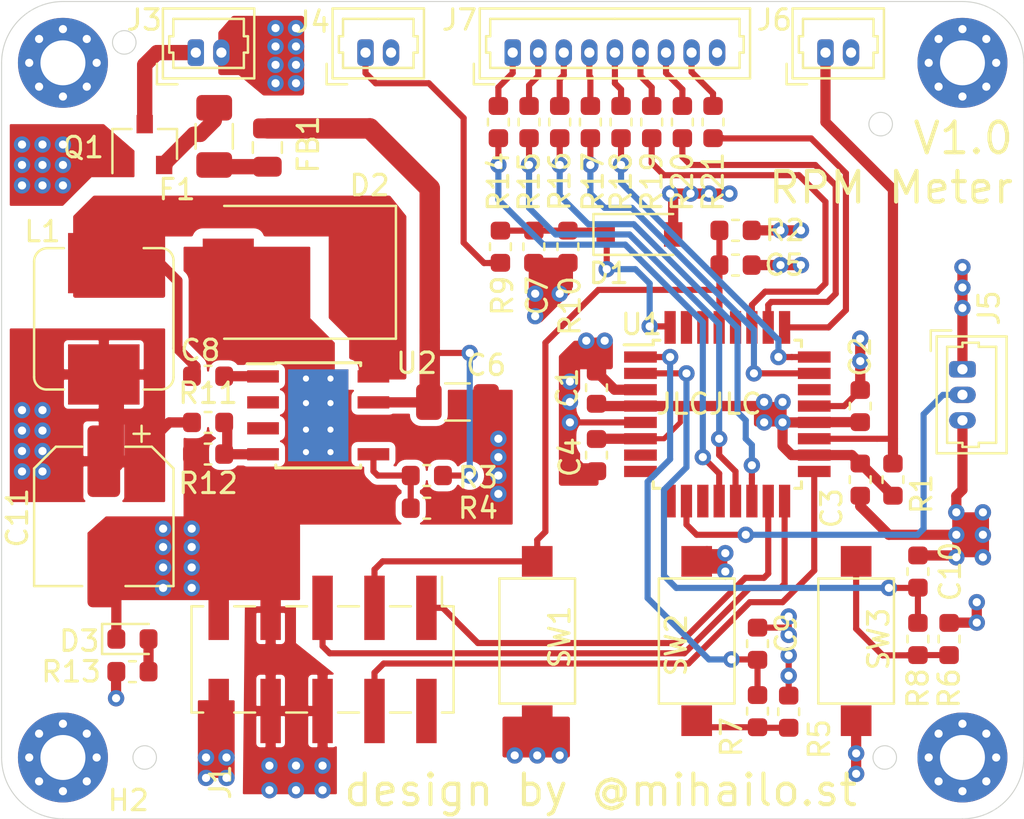
<source format=kicad_pcb>
(kicad_pcb (version 20171130) (host pcbnew "(5.1.5)-3")
  (layers (0 F.Cu signal) (1 In1.Cu power hide) (2 In2.Cu power hide) (31 B.Cu signal hide) (34 B.Paste user) (35 F.Paste user) (36 B.SilkS user) (37 F.SilkS user) (38 B.Mask user) (39 F.Mask user) (44 Edge.Cuts user))
  (net 0 "")
  (net 1 +5V)
  (net 2 RESET)
  (net 3 RPM)
  (net 4 BUTTON_1)
  (net 5 BUTTON_2)
  (net 6 "Net-(D3-Pad2)")
  (net 7 "Net-(F1-Pad1)")
  (net 8 +12V)
  (net 9 MOSI)
  (net 10 "Net-(J1-Pad2)")
  (net 11 SCK)
  (net 12 MISO)
  (net 13 RPM_Sense)
  (net 14 RGB_Data)
  (net 15 NTC_A)
  (net 16 "Net-(J7-Pad1)")
  (net 17 "Net-(J7-Pad2)")
  (net 18 "Net-(J7-Pad3)")
  (net 19 "Net-(J7-Pad4)")
  (net 20 "Net-(J7-Pad5)")
  (net 21 "Net-(J7-Pad6)")
  (net 22 "Net-(J7-Pad7)")
  (net 23 "Net-(J7-Pad8)")
  (net 24 "Net-(R3-Pad2)")
  (net 25 "Net-(R5-Pad2)")
  (net 26 "Net-(R6-Pad2)")
  (net 27 "Net-(R11-Pad2)")
  (net 28 LED0)
  (net 29 LED1)
  (net 30 LED2)
  (net 31 LED3)
  (net 32 LED4)
  (net 33 LED5)
  (net 34 LED6)
  (net 35 LED7)
  (net 36 "Net-(U1-Pad7)")
  (net 37 "Net-(U1-Pad8)")
  (net 38 "Net-(U1-Pad9)")
  (net 39 "Net-(U1-Pad11)")
  (net 40 "Net-(U1-Pad22)")
  (net 41 "Net-(U1-Pad28)")
  (net 42 "Net-(U2-Pad2)")
  (net 43 "Net-(U2-Pad3)")
  (net 44 "Net-(F1-Pad2)")
  (net 45 GND)
  (net 46 "Net-(C6-Pad1)")
  (net 47 "Net-(C8-Pad1)")
  (net 48 "Net-(C8-Pad2)")
  (net 49 "Net-(U1-Pad30)")
  (net 50 "Net-(U1-Pad31)")
  (module Capacitor_SMD:C_0603_1608Metric (layer F.Cu) (at 55.1 46.9 90)
    (fp_text reference C1 (at 0 -1.43 90) (layer F.SilkS))
    (fp_text value 100n)
    (pad 2 smd roundrect (at 0.7875 0 90) (size 0.875 0.95) (layers F.Cu F.Paste F.Mask) (net 45 GND))
    (pad 1 smd roundrect (at -0.7875 0 90) (size 0.875 0.95) (layers F.Cu F.Paste F.Mask) (net 1 +5V))
  )
  (module Capacitor_SMD:C_0603_1608Metric (layer F.Cu) (at 68 47.8 90)
    (fp_text reference C2 (at 2.413 0 90) (layer F.SilkS))
    (fp_text value 100n)
    (pad 1 smd roundrect (at -0.7875 0 90) (size 0.875 0.95) (layers F.Cu F.Paste F.Mask) (net 1 +5V))
    (pad 2 smd roundrect (at 0.7875 0 90) (size 0.875 0.95) (layers F.Cu F.Paste F.Mask) (net 45 GND))
  )
  (module Capacitor_SMD:C_0603_1608Metric (layer F.Cu) (at 68 51.4 270)
    (fp_text reference C3 (at 1.4 1.4 270) (layer F.SilkS))
    (fp_text value 100n)
    (pad 2 smd roundrect (at 0.7875 0 270) (size 0.875 0.95) (layers F.Cu F.Paste F.Mask) (net 45 GND))
    (pad 1 smd roundrect (at -0.7875 0 270) (size 0.875 0.95) (layers F.Cu F.Paste F.Mask) (net 1 +5V))
  )
  (module Capacitor_SMD:C_0603_1608Metric (layer F.Cu) (at 61.9 40.9)
    (fp_text reference C5 (at 2.3875 0) (layer F.SilkS))
    (fp_text value 100n)
    (pad 1 smd roundrect (at -0.7875 0) (size 0.875 0.95) (layers F.Cu F.Paste F.Mask) (net 2 RESET))
    (pad 2 smd roundrect (at 0.7875 0) (size 0.875 0.95) (layers F.Cu F.Paste F.Mask) (net 45 GND))
  )
  (module Capacitor_SMD:C_1206_3216Metric (layer F.Cu) (at 48.3 47.6)
    (fp_text reference C6 (at 1.4 -1.8) (layer F.SilkS))
    (fp_text value 10u)
    (pad 1 smd roundrect (at -1.4 0) (size 1.25 1.75) (layers F.Cu F.Paste F.Mask) (roundrect_rratio 0.2) (net 46 "Net-(C6-Pad1)"))
    (pad 2 smd roundrect (at 1.4 0) (size 1.25 1.75) (layers F.Cu F.Paste F.Mask) (roundrect_rratio 0.2) (net 45 GND))
  )
  (module Capacitor_SMD:C_0603_1608Metric (layer F.Cu) (at 52.034 40 270)
    (fp_text reference C7 (at 2.4 -0.166 90) (layer F.SilkS))
    (fp_text value 10n)
    (pad 2 smd roundrect (at 0.7875 0 270) (size 0.875 0.95) (layers F.Cu F.Paste F.Mask) (net 45 GND))
    (pad 1 smd roundrect (at -0.7875 0 270) (size 0.875 0.95) (layers F.Cu F.Paste F.Mask) (net 3 RPM))
  )
  (module Capacitor_SMD:C_0603_1608Metric (layer F.Cu) (at 36.1 46.339 180)
    (fp_text reference C8 (at 0.381 1.27) (layer F.SilkS))
    (fp_text value 10n)
    (pad 1 smd roundrect (at -0.7875 0 180) (size 0.875 0.95) (layers F.Cu F.Paste F.Mask) (net 47 "Net-(C8-Pad1)"))
    (pad 2 smd roundrect (at 0.7875 0 180) (size 0.875 0.95) (layers F.Cu F.Paste F.Mask) (net 48 "Net-(C8-Pad2)"))
  )
  (module Capacitor_SMD:C_0603_1608Metric (layer F.Cu) (at 62.976 59.431 90)
    (fp_text reference C9 (at 0.508 1.397 90) (layer F.SilkS))
    (fp_text value 100n)
    (pad 1 smd roundrect (at -0.7875 0 90) (size 0.875 0.95) (layers F.Cu F.Paste F.Mask) (net 4 BUTTON_1))
    (pad 2 smd roundrect (at 0.7875 0 90) (size 0.875 0.95) (layers F.Cu F.Paste F.Mask) (net 45 GND))
  )
  (module Capacitor_SMD:C_0603_1608Metric (layer F.Cu) (at 70.822 55.899 90)
    (fp_text reference C10 (at -0.001 1.578 90) (layer F.SilkS))
    (fp_text value 100n)
    (pad 2 smd roundrect (at 0.7875 0 90) (size 0.875 0.95) (layers F.Cu F.Paste F.Mask) (net 45 GND))
    (pad 1 smd roundrect (at -0.7875 0 90) (size 0.875 0.95) (layers F.Cu F.Paste F.Mask) (net 5 BUTTON_2))
  )
  (module Capacitor_SMD:CP_Elec_6.3x7.7 (layer F.Cu) (at 31 53.2 270)
    (fp_text reference C11 (at 0.07 4.23 90) (layer F.SilkS))
    (fp_text value 220u)
    (pad 1 smd roundrect (at -2.7 0 270) (size 3.5 1.6) (layers F.Cu F.Paste F.Mask) (roundrect_rratio 0.15625) (net 1 +5V))
    (pad 2 smd roundrect (at 2.7 0 270) (size 3.5 1.6) (layers F.Cu F.Paste F.Mask) (roundrect_rratio 0.15625) (net 45 GND))
  )
  (module Diode_SMD:D_SOD-123 (layer F.Cu) (at 57.2 39.4)
    (fp_text reference D1 (at -1.5 1.9 180) (layer F.SilkS))
    (fp_text value 4V7)
    (pad 1 smd rect (at -1.65 0) (size 0.9 1.2) (layers F.Cu F.Paste F.Mask) (net 3 RPM))
    (pad 2 smd rect (at 1.65 0) (size 0.9 1.2) (layers F.Cu F.Paste F.Mask) (net 45 GND))
  )
  (module Diode_SMD:D_SMC (layer F.Cu) (at 40.488 41.254 180)
    (fp_text reference D2 (at -3.512 4.254) (layer F.SilkS))
    (fp_text value B340)
    (pad 1 smd rect (at -3.4 0 270) (size 3.3 2.5) (layers F.Cu F.Paste F.Mask) (net 48 "Net-(C8-Pad2)"))
    (pad 2 smd rect (at 3.4 0 270) (size 3.3 2.5) (layers F.Cu F.Paste F.Mask) (net 45 GND))
  )
  (module LED_SMD:LED_0603_1608Metric (layer F.Cu) (at 32.4 59.2)
    (fp_text reference D3 (at -2.6 0.1) (layer F.SilkS))
    (fp_text value RED)
    (pad 1 smd roundrect (at -0.7875 0) (size 0.875 0.95) (layers F.Cu F.Paste F.Mask) (net 45 GND))
    (pad 2 smd roundrect (at 0.7875 0) (size 0.875 0.95) (layers F.Cu F.Paste F.Mask) (net 6 "Net-(D3-Pad2)"))
  )
  (module Fuse:Fuse_1206_3216Metric (layer F.Cu) (at 36.4 34.6 90)
    (fp_text reference F1 (at -2.6 -1.82) (layer F.SilkS))
    (fp_text value 250mA)
    (pad 1 smd roundrect (at -1.4 0 90) (size 1.25 1.75) (layers F.Cu F.Paste F.Mask) (roundrect_rratio 0.2) (net 7 "Net-(F1-Pad1)"))
    (pad 2 smd roundrect (at 1.4 0 90) (size 1.25 1.75) (layers F.Cu F.Paste F.Mask) (roundrect_rratio 0.2) (net 44 "Net-(F1-Pad2)"))
  )
  (module Inductor_SMD:L_0805_2012Metric (layer F.Cu) (at 39 35.147 270)
    (fp_text reference FB1 (at -0.147 -2 90) (layer F.SilkS))
    (fp_text value "600 @ 600Mhz")
    (pad 1 smd roundrect (at -0.9375 0 270) (size 0.975 1.4) (layers F.Cu F.Paste F.Mask) (net 46 "Net-(C6-Pad1)"))
    (pad 2 smd roundrect (at 0.9375 0 270) (size 0.975 1.4) (layers F.Cu F.Paste F.Mask) (net 7 "Net-(F1-Pad1)"))
  )
  (module MountingHole:MountingHole_2.2mm_M2_Pad_Via (layer F.Cu) (at 29 31)
    (fp_text reference H1 hide)
    (fp_text value MountingHole_Pad)
    (pad 1 thru_hole circle (at 1.166726 -1.166726) (size 0.7 0.7) (drill 0.4) (layers *.Cu *.Mask) (net 45 GND))
    (pad 1 thru_hole circle (at 0 -1.65) (size 0.7 0.7) (drill 0.4) (layers *.Cu *.Mask) (net 45 GND))
    (pad 1 thru_hole circle (at -1.166726 -1.166726) (size 0.7 0.7) (drill 0.4) (layers *.Cu *.Mask) (net 45 GND))
    (pad 1 thru_hole circle (at -1.65 0) (size 0.7 0.7) (drill 0.4) (layers *.Cu *.Mask) (net 45 GND))
    (pad 1 thru_hole circle (at -1.166726 1.166726) (size 0.7 0.7) (drill 0.4) (layers *.Cu *.Mask) (net 45 GND))
    (pad 1 thru_hole circle (at 0 1.65) (size 0.7 0.7) (drill 0.4) (layers *.Cu *.Mask) (net 45 GND))
    (pad 1 thru_hole circle (at 1.166726 1.166726) (size 0.7 0.7) (drill 0.4) (layers *.Cu *.Mask) (net 45 GND))
    (pad 1 thru_hole circle (at 1.65 0) (size 0.7 0.7) (drill 0.4) (layers *.Cu *.Mask) (net 45 GND))
    (pad 1 thru_hole circle (at 0 0) (size 4.4 4.4) (drill 2.2) (layers *.Cu *.Mask) (net 45 GND))
  )
  (module MountingHole:MountingHole_2.2mm_M2_Pad_Via (layer F.Cu) (at 29 65)
    (fp_text reference H2 (at 3.2 2.1) (layer F.SilkS))
    (fp_text value MountingHole_Pad)
    (pad 1 thru_hole circle (at 0 0) (size 4.4 4.4) (drill 2.2) (layers *.Cu *.Mask) (net 45 GND))
    (pad 1 thru_hole circle (at 1.65 0) (size 0.7 0.7) (drill 0.4) (layers *.Cu *.Mask) (net 45 GND))
    (pad 1 thru_hole circle (at 1.166726 1.166726) (size 0.7 0.7) (drill 0.4) (layers *.Cu *.Mask) (net 45 GND))
    (pad 1 thru_hole circle (at 0 1.65) (size 0.7 0.7) (drill 0.4) (layers *.Cu *.Mask) (net 45 GND))
    (pad 1 thru_hole circle (at -1.166726 1.166726) (size 0.7 0.7) (drill 0.4) (layers *.Cu *.Mask) (net 45 GND))
    (pad 1 thru_hole circle (at -1.65 0) (size 0.7 0.7) (drill 0.4) (layers *.Cu *.Mask) (net 45 GND))
    (pad 1 thru_hole circle (at -1.166726 -1.166726) (size 0.7 0.7) (drill 0.4) (layers *.Cu *.Mask) (net 45 GND))
    (pad 1 thru_hole circle (at 0 -1.65) (size 0.7 0.7) (drill 0.4) (layers *.Cu *.Mask) (net 45 GND))
    (pad 1 thru_hole circle (at 1.166726 -1.166726) (size 0.7 0.7) (drill 0.4) (layers *.Cu *.Mask) (net 45 GND))
  )
  (module MountingHole:MountingHole_2.2mm_M2_Pad_Via (layer F.Cu) (at 73 65)
    (fp_text reference H3 hide)
    (fp_text value MountingHole_Pad)
    (pad 1 thru_hole circle (at 1.166726 -1.166726) (size 0.7 0.7) (drill 0.4) (layers *.Cu *.Mask) (net 45 GND))
    (pad 1 thru_hole circle (at 0 -1.65) (size 0.7 0.7) (drill 0.4) (layers *.Cu *.Mask) (net 45 GND))
    (pad 1 thru_hole circle (at -1.166726 -1.166726) (size 0.7 0.7) (drill 0.4) (layers *.Cu *.Mask) (net 45 GND))
    (pad 1 thru_hole circle (at -1.65 0) (size 0.7 0.7) (drill 0.4) (layers *.Cu *.Mask) (net 45 GND))
    (pad 1 thru_hole circle (at -1.166726 1.166726) (size 0.7 0.7) (drill 0.4) (layers *.Cu *.Mask) (net 45 GND))
    (pad 1 thru_hole circle (at 0 1.65) (size 0.7 0.7) (drill 0.4) (layers *.Cu *.Mask) (net 45 GND))
    (pad 1 thru_hole circle (at 1.166726 1.166726) (size 0.7 0.7) (drill 0.4) (layers *.Cu *.Mask) (net 45 GND))
    (pad 1 thru_hole circle (at 1.65 0) (size 0.7 0.7) (drill 0.4) (layers *.Cu *.Mask) (net 45 GND))
    (pad 1 thru_hole circle (at 0 0) (size 4.4 4.4) (drill 2.2) (layers *.Cu *.Mask) (net 45 GND))
  )
  (module MountingHole:MountingHole_2.2mm_M2_Pad_Via (layer F.Cu) (at 73 31)
    (fp_text reference H4 hide)
    (fp_text value MountingHole_Pad)
    (pad 1 thru_hole circle (at 0 0) (size 4.4 4.4) (drill 2.2) (layers *.Cu *.Mask) (net 45 GND))
    (pad 1 thru_hole circle (at 1.65 0) (size 0.7 0.7) (drill 0.4) (layers *.Cu *.Mask) (net 45 GND))
    (pad 1 thru_hole circle (at 1.166726 1.166726) (size 0.7 0.7) (drill 0.4) (layers *.Cu *.Mask) (net 45 GND))
    (pad 1 thru_hole circle (at 0 1.65) (size 0.7 0.7) (drill 0.4) (layers *.Cu *.Mask) (net 45 GND))
    (pad 1 thru_hole circle (at -1.166726 1.166726) (size 0.7 0.7) (drill 0.4) (layers *.Cu *.Mask) (net 45 GND))
    (pad 1 thru_hole circle (at -1.65 0) (size 0.7 0.7) (drill 0.4) (layers *.Cu *.Mask) (net 45 GND))
    (pad 1 thru_hole circle (at -1.166726 -1.166726) (size 0.7 0.7) (drill 0.4) (layers *.Cu *.Mask) (net 45 GND))
    (pad 1 thru_hole circle (at 0 -1.65) (size 0.7 0.7) (drill 0.4) (layers *.Cu *.Mask) (net 45 GND))
    (pad 1 thru_hole circle (at 1.166726 -1.166726) (size 0.7 0.7) (drill 0.4) (layers *.Cu *.Mask) (net 45 GND))
  )
  (module Connector_PinHeader_2.54mm:PinHeader_2x05_P2.54mm_Vertical_SMD (layer F.Cu) (at 41.7 60.2 270)
    (fp_text reference J1 (at 6 5 90) (layer F.SilkS))
    (fp_text value Conn_02x05_Counter_Clockwise)
    (pad 1 smd rect (at -2.525 -5.08 270) (size 3.15 1) (layers F.Cu F.Paste F.Mask) (net 9 MOSI))
    (pad 2 smd rect (at 2.525 -5.08 270) (size 3.15 1) (layers F.Cu F.Paste F.Mask) (net 10 "Net-(J1-Pad2)"))
    (pad 3 smd rect (at -2.525 -2.54 270) (size 3.15 1) (layers F.Cu F.Paste F.Mask) (net 2 RESET))
    (pad 4 smd rect (at 2.525 -2.54 270) (size 3.15 1) (layers F.Cu F.Paste F.Mask) (net 11 SCK))
    (pad 5 smd rect (at -2.525 0 270) (size 3.15 1) (layers F.Cu F.Paste F.Mask) (net 12 MISO))
    (pad 6 smd rect (at 2.525 0 270) (size 3.15 1) (layers F.Cu F.Paste F.Mask) (net 45 GND))
    (pad 7 smd rect (at -2.525 2.54 270) (size 3.15 1) (layers F.Cu F.Paste F.Mask) (net 45 GND))
    (pad 8 smd rect (at 2.525 2.54 270) (size 3.15 1) (layers F.Cu F.Paste F.Mask) (net 45 GND))
    (pad 9 smd rect (at -2.525 5.08 270) (size 3.15 1) (layers F.Cu F.Paste F.Mask) (net 45 GND))
    (pad 10 smd rect (at 2.525 5.08 270) (size 3.15 1) (layers F.Cu F.Paste F.Mask) (net 1 +5V))
  )
  (module Connector_Molex:Molex_PicoBlade_53047-0210_1x02_P1.25mm_Vertical (layer F.Cu) (at 35.5 30.5)
    (fp_text reference J3 (at -2.522 -1.599) (layer F.SilkS))
    (fp_text value Conn_01x02)
    (pad 2 thru_hole oval (at 1.25 0) (size 0.8 1.3) (drill 0.5) (layers *.Cu *.Mask) (net 45 GND))
    (pad 1 thru_hole roundrect (at 0 0) (size 0.8 1.3) (drill 0.5) (layers *.Cu *.Mask) (net 8 +12V))
  )
  (module Connector_Molex:Molex_PicoBlade_53047-0210_1x02_P1.25mm_Vertical (layer F.Cu) (at 43.8 30.5)
    (fp_text reference J4 (at -2.6 -1.5) (layer F.SilkS))
    (fp_text value Conn_01x02)
    (pad 1 thru_hole roundrect (at 0 0) (size 0.8 1.3) (drill 0.5) (layers *.Cu *.Mask) (net 13 RPM_Sense))
    (pad 2 thru_hole oval (at 1.25 0) (size 0.8 1.3) (drill 0.5) (layers *.Cu *.Mask) (net 45 GND))
  )
  (module Connector_Molex:Molex_PicoBlade_53047-0310_1x03_P1.25mm_Vertical (layer F.Cu) (at 73 46 270)
    (fp_text reference J5 (at -3 -1.3 90) (layer F.SilkS))
    (fp_text value Conn_01x03)
    (pad 1 thru_hole roundrect (at 0 0 270) (size 0.8 1.3) (drill 0.5) (layers *.Cu *.Mask) (net 1 +5V))
    (pad 2 thru_hole oval (at 1.25 0 270) (size 0.8 1.3) (drill 0.5) (layers *.Cu *.Mask) (net 14 RGB_Data))
    (pad 3 thru_hole oval (at 2.5 0 270) (size 0.8 1.3) (drill 0.5) (layers *.Cu *.Mask) (net 45 GND))
  )
  (module Connector_Molex:Molex_PicoBlade_53047-0210_1x02_P1.25mm_Vertical (layer F.Cu) (at 66.3 30.5)
    (fp_text reference J6 (at -2.5 -1.6) (layer F.SilkS))
    (fp_text value Conn_01x02)
    (pad 1 thru_hole roundrect (at 0 0) (size 0.8 1.3) (drill 0.5) (layers *.Cu *.Mask) (net 15 NTC_A))
    (pad 2 thru_hole oval (at 1.25 0) (size 0.8 1.3) (drill 0.5) (layers *.Cu *.Mask) (net 45 GND))
  )
  (module Connector_Molex:Molex_PicoBlade_53047-0910_1x09_P1.25mm_Vertical (layer F.Cu) (at 51 30.5)
    (fp_text reference J7 (at -2.6 -1.6) (layer F.SilkS))
    (fp_text value Conn_01x09)
    (pad 1 thru_hole roundrect (at 0 0) (size 0.8 1.3) (drill 0.5) (layers *.Cu *.Mask) (net 16 "Net-(J7-Pad1)"))
    (pad 2 thru_hole oval (at 1.25 0) (size 0.8 1.3) (drill 0.5) (layers *.Cu *.Mask) (net 17 "Net-(J7-Pad2)"))
    (pad 3 thru_hole oval (at 2.5 0) (size 0.8 1.3) (drill 0.5) (layers *.Cu *.Mask) (net 18 "Net-(J7-Pad3)"))
    (pad 4 thru_hole oval (at 3.75 0) (size 0.8 1.3) (drill 0.5) (layers *.Cu *.Mask) (net 19 "Net-(J7-Pad4)"))
    (pad 5 thru_hole oval (at 5 0) (size 0.8 1.3) (drill 0.5) (layers *.Cu *.Mask) (net 20 "Net-(J7-Pad5)"))
    (pad 6 thru_hole oval (at 6.25 0) (size 0.8 1.3) (drill 0.5) (layers *.Cu *.Mask) (net 21 "Net-(J7-Pad6)"))
    (pad 7 thru_hole oval (at 7.5 0) (size 0.8 1.3) (drill 0.5) (layers *.Cu *.Mask) (net 22 "Net-(J7-Pad7)"))
    (pad 8 thru_hole oval (at 8.75 0) (size 0.8 1.3) (drill 0.5) (layers *.Cu *.Mask) (net 23 "Net-(J7-Pad8)"))
    (pad 9 thru_hole oval (at 10 0) (size 0.8 1.3) (drill 0.5) (layers *.Cu *.Mask) (net 45 GND))
  )
  (module Inductor_SMD:L_Bourns_SRP7028A_7.3x6.6mm (layer F.Cu) (at 31 43.529 270)
    (fp_text reference L1 (at -4.275 3 180) (layer F.SilkS))
    (fp_text value 15uH)
    (pad 1 smd rect (at -2.725 0 270) (size 2.95 3.5) (layers F.Cu F.Paste F.Mask) (net 48 "Net-(C8-Pad2)"))
    (pad 2 smd rect (at 2.725 0 270) (size 2.95 3.5) (layers F.Cu F.Paste F.Mask) (net 1 +5V))
  )
  (module Package_TO_SOT_SMD:SOT-23 (layer F.Cu) (at 33 35 90)
    (fp_text reference Q1 (at -0.143 -3) (layer F.SilkS))
    (fp_text value AO3401A)
    (pad 1 smd rect (at -1 -0.95 90) (size 0.9 0.8) (layers F.Cu F.Paste F.Mask) (net 45 GND))
    (pad 2 smd rect (at -1 0.95 90) (size 0.9 0.8) (layers F.Cu F.Paste F.Mask) (net 44 "Net-(F1-Pad2)"))
    (pad 3 smd rect (at 1 0 90) (size 0.9 0.8) (layers F.Cu F.Paste F.Mask) (net 8 +12V))
  )
  (module Resistor_SMD:R_0603_1608Metric (layer F.Cu) (at 69.6 51.4 90)
    (fp_text reference R1 (at -0.7 1.4 90) (layer F.SilkS))
    (fp_text value 12K)
    (pad 2 smd roundrect (at 0.7875 0 90) (size 0.875 0.95) (layers F.Cu F.Paste F.Mask) (net 15 NTC_A))
    (pad 1 smd roundrect (at -0.7875 0 90) (size 0.875 0.95) (layers F.Cu F.Paste F.Mask) (net 1 +5V))
  )
  (module Resistor_SMD:R_0603_1608Metric (layer F.Cu) (at 61.9 39.2 180)
    (fp_text reference R2 (at -2.413 0) (layer F.SilkS))
    (fp_text value 10K)
    (pad 1 smd roundrect (at -0.7875 0 180) (size 0.875 0.95) (layers F.Cu F.Paste F.Mask) (net 1 +5V))
    (pad 2 smd roundrect (at 0.7875 0 180) (size 0.875 0.95) (layers F.Cu F.Paste F.Mask) (net 2 RESET))
  )
  (module Resistor_SMD:R_0603_1608Metric (layer F.Cu) (at 46.8 51.2 180)
    (fp_text reference R3 (at -2.5 -0.1) (layer F.SilkS))
    (fp_text value 100K)
    (pad 1 smd roundrect (at -0.7875 0 180) (size 0.875 0.95) (layers F.Cu F.Paste F.Mask) (net 46 "Net-(C6-Pad1)"))
    (pad 2 smd roundrect (at 0.7875 0 180) (size 0.875 0.95) (layers F.Cu F.Paste F.Mask) (net 24 "Net-(R3-Pad2)"))
  )
  (module Resistor_SMD:R_0603_1608Metric (layer F.Cu) (at 46.8 52.8)
    (fp_text reference R4 (at 2.5 0) (layer F.SilkS))
    (fp_text value 68K)
    (pad 2 smd roundrect (at 0.7875 0) (size 0.875 0.95) (layers F.Cu F.Paste F.Mask) (net 45 GND))
    (pad 1 smd roundrect (at -0.7875 0) (size 0.875 0.95) (layers F.Cu F.Paste F.Mask) (net 24 "Net-(R3-Pad2)"))
  )
  (module Resistor_SMD:R_0603_1608Metric (layer F.Cu) (at 64.5 62.7585 270)
    (fp_text reference R5 (at 1.3415 -1.5 90) (layer F.SilkS))
    (fp_text value 10K)
    (pad 1 smd roundrect (at -0.7875 0 270) (size 0.875 0.95) (layers F.Cu F.Paste F.Mask) (net 1 +5V))
    (pad 2 smd roundrect (at 0.7875 0 270) (size 0.875 0.95) (layers F.Cu F.Paste F.Mask) (net 25 "Net-(R5-Pad2)"))
  )
  (module Resistor_SMD:R_0603_1608Metric (layer F.Cu) (at 72.346 59.201 270)
    (fp_text reference R6 (at 2.413 0 90) (layer F.SilkS))
    (fp_text value 10K)
    (pad 1 smd roundrect (at -0.7875 0 270) (size 0.875 0.95) (layers F.Cu F.Paste F.Mask) (net 1 +5V))
    (pad 2 smd roundrect (at 0.7875 0 270) (size 0.875 0.95) (layers F.Cu F.Paste F.Mask) (net 26 "Net-(R6-Pad2)"))
  )
  (module Resistor_SMD:R_0603_1608Metric (layer F.Cu) (at 62.976 62.733 270)
    (fp_text reference R7 (at 1.267 1.276 270) (layer F.SilkS))
    (fp_text value 10K)
    (pad 2 smd roundrect (at 0.7875 0 270) (size 0.875 0.95) (layers F.Cu F.Paste F.Mask) (net 25 "Net-(R5-Pad2)"))
    (pad 1 smd roundrect (at -0.7875 0 270) (size 0.875 0.95) (layers F.Cu F.Paste F.Mask) (net 4 BUTTON_1))
  )
  (module Resistor_SMD:R_0603_1608Metric (layer F.Cu) (at 70.822 59.201 270)
    (fp_text reference R8 (at 2.413 0 90) (layer F.SilkS))
    (fp_text value 10K)
    (pad 2 smd roundrect (at 0.7875 0 270) (size 0.875 0.95) (layers F.Cu F.Paste F.Mask) (net 26 "Net-(R6-Pad2)"))
    (pad 1 smd roundrect (at -0.7875 0 270) (size 0.875 0.95) (layers F.Cu F.Paste F.Mask) (net 5 BUTTON_2))
  )
  (module Resistor_SMD:R_0603_1608Metric (layer F.Cu) (at 50.4 40 90)
    (fp_text reference R9 (at -2.4 0.1 90) (layer F.SilkS))
    (fp_text value 1K)
    (pad 1 smd roundrect (at -0.7875 0 90) (size 0.875 0.95) (layers F.Cu F.Paste F.Mask) (net 13 RPM_Sense))
    (pad 2 smd roundrect (at 0.7875 0 90) (size 0.875 0.95) (layers F.Cu F.Paste F.Mask) (net 3 RPM))
  )
  (module Resistor_SMD:R_0603_1608Metric (layer F.Cu) (at 53.7 40 270)
    (fp_text reference R10 (at 2.9 -0.1 90) (layer F.SilkS))
    (fp_text value 1K)
    (pad 2 smd roundrect (at 0.7875 0 270) (size 0.875 0.95) (layers F.Cu F.Paste F.Mask) (net 45 GND))
    (pad 1 smd roundrect (at -0.7875 0 270) (size 0.875 0.95) (layers F.Cu F.Paste F.Mask) (net 3 RPM))
  )
  (module Resistor_SMD:R_0603_1608Metric (layer F.Cu) (at 36.1 48.6)
    (fp_text reference R11 (at 0 -1.43) (layer F.SilkS))
    (fp_text value 10k)
    (pad 2 smd roundrect (at 0.7875 0) (size 0.875 0.95) (layers F.Cu F.Paste F.Mask) (net 27 "Net-(R11-Pad2)"))
    (pad 1 smd roundrect (at -0.7875 0) (size 0.875 0.95) (layers F.Cu F.Paste F.Mask) (net 1 +5V))
  )
  (module Resistor_SMD:R_0603_1608Metric (layer F.Cu) (at 36.1 50.149 180)
    (fp_text reference R12 (at 0 -1.43) (layer F.SilkS))
    (fp_text value 3k24)
    (pad 1 smd roundrect (at -0.7875 0 180) (size 0.875 0.95) (layers F.Cu F.Paste F.Mask) (net 27 "Net-(R11-Pad2)"))
    (pad 2 smd roundrect (at 0.7875 0 180) (size 0.875 0.95) (layers F.Cu F.Paste F.Mask) (net 45 GND))
  )
  (module Resistor_SMD:R_0603_1608Metric (layer F.Cu) (at 32.4 60.8 180)
    (fp_text reference R13 (at 3 0) (layer F.SilkS))
    (fp_text value 680)
    (pad 1 smd roundrect (at -0.7875 0 180) (size 0.875 0.95) (layers F.Cu F.Paste F.Mask) (net 6 "Net-(D3-Pad2)"))
    (pad 2 smd roundrect (at 0.7875 0 180) (size 0.875 0.95) (layers F.Cu F.Paste F.Mask) (net 1 +5V))
  )
  (module Resistor_SMD:R_0603_1608Metric (layer F.Cu) (at 50.3 33.9 270)
    (fp_text reference R14 (at 2.921 0 90) (layer F.SilkS))
    (fp_text value 510)
    (pad 2 smd roundrect (at 0.7875 0 270) (size 0.875 0.95) (layers F.Cu F.Paste F.Mask) (net 28 LED0))
    (pad 1 smd roundrect (at -0.7875 0 270) (size 0.875 0.95) (layers F.Cu F.Paste F.Mask) (net 16 "Net-(J7-Pad1)"))
  )
  (module Resistor_SMD:R_0603_1608Metric (layer F.Cu) (at 51.8 33.9 270)
    (fp_text reference R15 (at 2.921 0 90) (layer F.SilkS))
    (fp_text value 510)
    (pad 1 smd roundrect (at -0.7875 0 270) (size 0.875 0.95) (layers F.Cu F.Paste F.Mask) (net 17 "Net-(J7-Pad2)"))
    (pad 2 smd roundrect (at 0.7875 0 270) (size 0.875 0.95) (layers F.Cu F.Paste F.Mask) (net 29 LED1))
  )
  (module Resistor_SMD:R_0603_1608Metric (layer F.Cu) (at 53.3 33.9 270)
    (fp_text reference R16 (at 2.8955 0 90) (layer F.SilkS))
    (fp_text value 510)
    (pad 2 smd roundrect (at 0.7875 0 270) (size 0.875 0.95) (layers F.Cu F.Paste F.Mask) (net 30 LED2))
    (pad 1 smd roundrect (at -0.7875 0 270) (size 0.875 0.95) (layers F.Cu F.Paste F.Mask) (net 18 "Net-(J7-Pad3)"))
  )
  (module Resistor_SMD:R_0603_1608Metric (layer F.Cu) (at 54.8 33.9 270)
    (fp_text reference R17 (at 2.921 -0.127 90) (layer F.SilkS))
    (fp_text value 510)
    (pad 1 smd roundrect (at -0.7875 0 270) (size 0.875 0.95) (layers F.Cu F.Paste F.Mask) (net 19 "Net-(J7-Pad4)"))
    (pad 2 smd roundrect (at 0.7875 0 270) (size 0.875 0.95) (layers F.Cu F.Paste F.Mask) (net 31 LED3))
  )
  (module Resistor_SMD:R_0603_1608Metric (layer F.Cu) (at 56.3 33.9 270)
    (fp_text reference R18 (at 2.921 0 90) (layer F.SilkS))
    (fp_text value 510)
    (pad 1 smd roundrect (at -0.7875 0 270) (size 0.875 0.95) (layers F.Cu F.Paste F.Mask) (net 20 "Net-(J7-Pad5)"))
    (pad 2 smd roundrect (at 0.7875 0 270) (size 0.875 0.95) (layers F.Cu F.Paste F.Mask) (net 32 LED4))
  )
  (module Resistor_SMD:R_0603_1608Metric (layer F.Cu) (at 57.8 33.9 270)
    (fp_text reference R19 (at 2.921 0 90) (layer F.SilkS))
    (fp_text value 510)
    (pad 2 smd roundrect (at 0.7875 0 270) (size 0.875 0.95) (layers F.Cu F.Paste F.Mask) (net 33 LED5))
    (pad 1 smd roundrect (at -0.7875 0 270) (size 0.875 0.95) (layers F.Cu F.Paste F.Mask) (net 21 "Net-(J7-Pad6)"))
  )
  (module Resistor_SMD:R_0603_1608Metric (layer F.Cu) (at 59.3 33.9 270)
    (fp_text reference R20 (at 2.921 0 90) (layer F.SilkS))
    (fp_text value 510)
    (pad 1 smd roundrect (at -0.7875 0 270) (size 0.875 0.95) (layers F.Cu F.Paste F.Mask) (net 22 "Net-(J7-Pad7)"))
    (pad 2 smd roundrect (at 0.7875 0 270) (size 0.875 0.95) (layers F.Cu F.Paste F.Mask) (net 34 LED6))
  )
  (module Resistor_SMD:R_0603_1608Metric (layer F.Cu) (at 60.8 33.9 270)
    (fp_text reference R21 (at 2.921 0 90) (layer F.SilkS))
    (fp_text value 510)
    (pad 2 smd roundrect (at 0.7875 0 270) (size 0.875 0.95) (layers F.Cu F.Paste F.Mask) (net 35 LED7))
    (pad 1 smd roundrect (at -0.7875 0 270) (size 0.875 0.95) (layers F.Cu F.Paste F.Mask) (net 23 "Net-(J7-Pad8)"))
  )
  (module Button_Switch_SMD:SW_SPST_CK_RS282G05A3 (layer F.Cu) (at 52.2 59.3 270)
    (fp_text reference SW1 (at -0.2 -1.1 90) (layer F.SilkS))
    (fp_text value SW_SPST)
    (pad 1 smd rect (at -3.9 0 270) (size 1.5 1.5) (layers F.Cu F.Paste F.Mask) (net 2 RESET))
    (pad 2 smd rect (at 3.9 0 270) (size 1.5 1.5) (layers F.Cu F.Paste F.Mask) (net 45 GND))
  )
  (module Button_Switch_SMD:SW_SPST_CK_RS282G05A3 (layer F.Cu) (at 60 59.3 270)
    (fp_text reference SW2 (at 0.2 1 90) (layer F.SilkS))
    (fp_text value SW_Push)
    (pad 1 smd rect (at -3.9 0 270) (size 1.5 1.5) (layers F.Cu F.Paste F.Mask) (net 45 GND))
    (pad 2 smd rect (at 3.9 0 270) (size 1.5 1.5) (layers F.Cu F.Paste F.Mask) (net 25 "Net-(R5-Pad2)"))
  )
  (module Button_Switch_SMD:SW_SPST_CK_RS282G05A3 (layer F.Cu) (at 67.8 59.3 90)
    (fp_text reference SW3 (at 0.1 1.1 90) (layer F.SilkS))
    (fp_text value SW_Push)
    (pad 2 smd rect (at 3.9 0 90) (size 1.5 1.5) (layers F.Cu F.Paste F.Mask) (net 26 "Net-(R6-Pad2)"))
    (pad 1 smd rect (at -3.9 0 90) (size 1.5 1.5) (layers F.Cu F.Paste F.Mask) (net 45 GND))
  )
  (module Package_SO:TI_SO-PowerPAD-8_ThermalVias (layer F.Cu) (at 41.488 48.254)
    (fp_text reference U2 (at 4.812 -2.554) (layer F.SilkS))
    (fp_text value TPS5430DDA)
    (pad 9 smd rect (at 0 0) (size 2.6 3.1) (layers F.Cu F.Paste F.Mask) (net 45 GND))
    (pad 9 smd rect (at 0 0) (size 2.95 4.5) (layers F.Cu) (net 45 GND))
    (pad 1 smd rect (at -2.7 -1.905) (size 1.55 0.6) (layers F.Cu F.Paste F.Mask) (net 47 "Net-(C8-Pad1)"))
    (pad 2 smd rect (at -2.7 -0.635) (size 1.55 0.6) (layers F.Cu F.Paste F.Mask) (net 42 "Net-(U2-Pad2)"))
    (pad 3 smd rect (at -2.7 0.635) (size 1.55 0.6) (layers F.Cu F.Paste F.Mask) (net 43 "Net-(U2-Pad3)"))
    (pad 4 smd rect (at -2.7 1.905) (size 1.55 0.6) (layers F.Cu F.Paste F.Mask) (net 27 "Net-(R11-Pad2)"))
    (pad 5 smd rect (at 2.7 1.905) (size 1.55 0.6) (layers F.Cu F.Paste F.Mask) (net 24 "Net-(R3-Pad2)"))
    (pad 6 smd rect (at 2.7 0.635) (size 1.55 0.6) (layers F.Cu F.Paste F.Mask) (net 45 GND))
    (pad 7 smd rect (at 2.7 -0.635) (size 1.55 0.6) (layers F.Cu F.Paste F.Mask) (net 46 "Net-(C6-Pad1)"))
    (pad 8 smd rect (at 2.7 -1.905) (size 1.55 0.6) (layers F.Cu F.Paste F.Mask) (net 48 "Net-(C8-Pad2)"))
    (pad 9 smd rect (at 0 0) (size 2.95 4.5) (layers B.Cu) (net 45 GND))
    (pad 9 thru_hole circle (at -0.6 -1.8) (size 0.6 0.6) (drill 0.3) (layers *.Cu) (net 45 GND))
    (pad 9 thru_hole circle (at -0.6 -0.6) (size 0.6 0.6) (drill 0.3) (layers *.Cu) (net 45 GND))
    (pad 9 thru_hole circle (at 0.6 -0.6) (size 0.6 0.6) (drill 0.3) (layers *.Cu) (net 45 GND))
    (pad 9 thru_hole circle (at 0.6 -1.8) (size 0.6 0.6) (drill 0.3) (layers *.Cu) (net 45 GND))
    (pad 9 thru_hole circle (at -0.6 1.8) (size 0.6 0.6) (drill 0.3) (layers *.Cu) (net 45 GND))
    (pad 9 thru_hole circle (at -0.6 0.7) (size 0.6 0.6) (drill 0.3) (layers *.Cu) (net 45 GND))
    (pad 9 thru_hole circle (at 0.6 0.7) (size 0.6 0.6) (drill 0.3) (layers *.Cu) (net 45 GND))
    (pad 9 thru_hole circle (at 0.6 1.8) (size 0.6 0.6) (drill 0.3) (layers *.Cu) (net 45 GND))
  )
  (module Capacitor_SMD:C_0603_1608Metric (layer F.Cu) (at 55.1 50.2 270)
    (fp_text reference C4 (at 0.1 1.3 90) (layer F.SilkS))
    (fp_text value 100n)
    (pad 1 smd roundrect (at -0.7875 0 270) (size 0.875 0.95) (layers F.Cu F.Paste F.Mask) (net 1 +5V))
    (pad 2 smd roundrect (at 0.7875 0 270) (size 0.875 0.95) (layers F.Cu F.Paste F.Mask) (net 45 GND))
  )
  (module Package_QFP:TQFP-32_7x7mm_P0.8mm (layer F.Cu) (at 61.5 48.2)
    (fp_text reference U1 (at -4.2 -4.4) (layer F.SilkS))
    (fp_text value ATmega168-20AU)
    (pad 1 smd rect (at -4.25 -2.8) (size 1.6 0.55) (layers F.Cu F.Paste F.Mask) (net 4 BUTTON_1))
    (pad 2 smd rect (at -4.25 -2) (size 1.6 0.55) (layers F.Cu F.Paste F.Mask) (net 5 BUTTON_2))
    (pad 3 smd rect (at -4.25 -1.2) (size 1.6 0.55) (layers F.Cu F.Paste F.Mask) (net 45 GND))
    (pad 4 smd rect (at -4.25 -0.4) (size 1.6 0.55) (layers F.Cu F.Paste F.Mask) (net 1 +5V))
    (pad 5 smd rect (at -4.25 0.4) (size 1.6 0.55) (layers F.Cu F.Paste F.Mask) (net 45 GND))
    (pad 6 smd rect (at -4.25 1.2) (size 1.6 0.55) (layers F.Cu F.Paste F.Mask) (net 1 +5V))
    (pad 7 smd rect (at -4.25 2) (size 1.6 0.55) (layers F.Cu F.Paste F.Mask) (net 36 "Net-(U1-Pad7)"))
    (pad 8 smd rect (at -4.25 2.8) (size 1.6 0.55) (layers F.Cu F.Paste F.Mask) (net 37 "Net-(U1-Pad8)"))
    (pad 9 smd rect (at -2.8 4.25 90) (size 1.6 0.55) (layers F.Cu F.Paste F.Mask) (net 38 "Net-(U1-Pad9)"))
    (pad 10 smd rect (at -2 4.25 90) (size 1.6 0.55) (layers F.Cu F.Paste F.Mask) (net 14 RGB_Data))
    (pad 11 smd rect (at -1.2 4.25 90) (size 1.6 0.55) (layers F.Cu F.Paste F.Mask) (net 39 "Net-(U1-Pad11)"))
    (pad 12 smd rect (at -0.4 4.25 90) (size 1.6 0.55) (layers F.Cu F.Paste F.Mask) (net 28 LED0))
    (pad 13 smd rect (at 0.4 4.25 90) (size 1.6 0.55) (layers F.Cu F.Paste F.Mask) (net 29 LED1))
    (pad 14 smd rect (at 1.2 4.25 90) (size 1.6 0.55) (layers F.Cu F.Paste F.Mask) (net 30 LED2))
    (pad 15 smd rect (at 2 4.25 90) (size 1.6 0.55) (layers F.Cu F.Paste F.Mask) (net 9 MOSI))
    (pad 16 smd rect (at 2.8 4.25 90) (size 1.6 0.55) (layers F.Cu F.Paste F.Mask) (net 12 MISO))
    (pad 17 smd rect (at 4.25 2.8) (size 1.6 0.55) (layers F.Cu F.Paste F.Mask) (net 11 SCK))
    (pad 18 smd rect (at 4.25 2) (size 1.6 0.55) (layers F.Cu F.Paste F.Mask) (net 1 +5V))
    (pad 19 smd rect (at 4.25 1.2) (size 1.6 0.55) (layers F.Cu F.Paste F.Mask) (net 15 NTC_A))
    (pad 20 smd rect (at 4.25 0.4) (size 1.6 0.55) (layers F.Cu F.Paste F.Mask) (net 1 +5V))
    (pad 21 smd rect (at 4.25 -0.4) (size 1.6 0.55) (layers F.Cu F.Paste F.Mask) (net 45 GND))
    (pad 22 smd rect (at 4.25 -1.2) (size 1.6 0.55) (layers F.Cu F.Paste F.Mask) (net 40 "Net-(U1-Pad22)"))
    (pad 23 smd rect (at 4.25 -2) (size 1.6 0.55) (layers F.Cu F.Paste F.Mask) (net 31 LED3))
    (pad 24 smd rect (at 4.25 -2.8) (size 1.6 0.55) (layers F.Cu F.Paste F.Mask) (net 32 LED4))
    (pad 25 smd rect (at 2.8 -4.25 90) (size 1.6 0.55) (layers F.Cu F.Paste F.Mask) (net 35 LED7))
    (pad 26 smd rect (at 2 -4.25 90) (size 1.6 0.55) (layers F.Cu F.Paste F.Mask) (net 34 LED6))
    (pad 27 smd rect (at 1.2 -4.25 90) (size 1.6 0.55) (layers F.Cu F.Paste F.Mask) (net 33 LED5))
    (pad 28 smd rect (at 0.4 -4.25 90) (size 1.6 0.55) (layers F.Cu F.Paste F.Mask) (net 41 "Net-(U1-Pad28)"))
    (pad 29 smd rect (at -0.4 -4.25 90) (size 1.6 0.55) (layers F.Cu F.Paste F.Mask) (net 2 RESET))
    (pad 30 smd rect (at -1.2 -4.25 90) (size 1.6 0.55) (layers F.Cu F.Paste F.Mask) (net 49 "Net-(U1-Pad30)"))
    (pad 31 smd rect (at -2 -4.25 90) (size 1.6 0.55) (layers F.Cu F.Paste F.Mask) (net 50 "Net-(U1-Pad31)"))
    (pad 32 smd rect (at -2.8 -4.25 90) (size 1.6 0.55) (layers F.Cu F.Paste F.Mask) (net 3 RPM))
  )
  (gr_circle (center 69.2 65) (end 69.776 65) (layer Edge.Cuts) (width 0.05))
  (gr_circle (center 33 65) (end 33.576 65) (layer Edge.Cuts) (width 0.05))
  (gr_circle (center 69 34) (end 69.576 34) (layer Edge.Cuts) (width 0.05))
  (gr_circle (center 32 30) (end 32.576 30) (layer Edge.Cuts) (width 0.05))
  (gr_text "JLCJLC\n" (at 60.6 47.7) (layer F.SilkS) (effects (font (size 1 1))))
  (gr_text "V1.0\nRPM Meter" (at 75.6 35.9) (layer F.SilkS) (effects (font (size 1.5 1.5) (thickness 0.2)) (justify right)))
  (gr_text "design by @mihailo.st" (at 55.3 66.6) (layer F.SilkS) (effects (font (size 1.5 1.5) (thickness 0.2))))
  (gr_arc (start 29 31) (end 29 28) (angle -90) (layer Edge.Cuts) (width 0.05))
  (gr_arc (start 73 31) (end 76 31) (angle -90) (layer Edge.Cuts) (width 0.05))
  (gr_arc (start 73 65) (end 73 68) (angle -90) (layer Edge.Cuts) (width 0.05))
  (gr_arc (start 29 65) (end 26 65) (angle -90) (layer Edge.Cuts) (width 0.05))
  (gr_line (start 76 31) (end 76 65) (layer Edge.Cuts) (width 0.05))
  (gr_line (start 29 28) (end 73 28) (layer Edge.Cuts) (width 0.05))
  (gr_line (start 26 65) (end 26 31) (layer Edge.Cuts) (width 0.05))
  (gr_line (start 73 68) (end 29 68) (layer Edge.Cuts) (width 0.05))
  (via (at 63.3 47.6) (size 0.8) (drill 0.4) (layers F.Cu B.Cu) (net 1))
  (via (at 64.2 47.6) (size 0.8) (drill 0.4) (layers F.Cu B.Cu) (net 1))
  (via (at 64.1 39.2) (size 0.8) (drill 0.4) (layers F.Cu B.Cu) (net 1))
  (via (at 65.1 39.2) (size 0.8) (drill 0.4) (layers F.Cu B.Cu) (net 1))
  (via (at 37 65) (size 0.8) (drill 0.4) (layers F.Cu B.Cu) (net 1))
  (via (at 36 65) (size 0.8) (drill 0.4) (layers F.Cu B.Cu) (net 1))
  (via (at 36 66) (size 0.8) (drill 0.4) (layers F.Cu B.Cu) (net 1))
  (via (at 37 66) (size 0.8) (drill 0.4) (layers F.Cu B.Cu) (net 1))
  (via (at 27 49) (size 0.8) (drill 0.4) (layers F.Cu B.Cu) (net 1))
  (via (at 28 49) (size 0.8) (drill 0.4) (layers F.Cu B.Cu) (net 1))
  (via (at 27 50) (size 0.8) (drill 0.4) (layers F.Cu B.Cu) (net 1))
  (via (at 28 50) (size 0.8) (drill 0.4) (layers F.Cu B.Cu) (net 1))
  (via (at 27 51) (size 0.8) (drill 0.4) (layers F.Cu B.Cu) (net 1))
  (via (at 28 51) (size 0.8) (drill 0.4) (layers F.Cu B.Cu) (net 1))
  (via (at 27 48) (size 0.8) (drill 0.4) (layers F.Cu B.Cu) (net 1))
  (via (at 28 48) (size 0.8) (drill 0.4) (layers F.Cu B.Cu) (net 1))
  (via (at 73.7 57.4) (size 0.8) (drill 0.4) (layers F.Cu B.Cu) (net 1))
  (via (at 73.7 58.4) (size 0.8) (drill 0.4) (layers F.Cu B.Cu) (net 1))
  (via (at 64.5 61) (size 0.8) (drill 0.4) (layers F.Cu B.Cu) (net 1))
  (via (at 64.5 60) (size 0.8) (drill 0.4) (layers F.Cu B.Cu) (net 1))
  (segment (start 35.0245 48.625) (end 34.9995 48.6) (width 0.5) (layer F.Cu) (net 1))
  (segment (start 35.462 48.625) (end 35.0245 48.625) (width 0.5) (layer F.Cu) (net 1))
  (segment (start 34.9995 48.6) (end 34.2 48.6) (width 0.5) (layer F.Cu) (net 1))
  (segment (start 34.2 48.6) (end 33.6 49.2) (width 0.5) (layer F.Cu) (net 1))
  (segment (start 33.6 49.2) (end 33.6 50.2) (width 0.5) (layer F.Cu) (net 1))
  (segment (start 33.246 50.554) (end 31.488 50.554) (width 0.5) (layer F.Cu) (net 1))
  (segment (start 33.6 50.2) (end 33.246 50.554) (width 0.5) (layer F.Cu) (net 1))
  (segment (start 31.488 46.254) (end 31.488 50.554) (width 1) (layer F.Cu) (net 1))
  (via (at 31.6 62.1) (size 0.8) (drill 0.4) (layers F.Cu B.Cu) (net 1))
  (segment (start 31.6 60.8125) (end 31.6125 60.8) (width 0.5) (layer F.Cu) (net 1))
  (segment (start 31.6 62.1) (end 31.6 60.8125) (width 0.5) (layer F.Cu) (net 1))
  (segment (start 64.5 61.971) (end 64.5 61) (width 0.3) (layer F.Cu) (net 1))
  (segment (start 64.5 60) (end 64.5 61) (width 0.3) (layer F.Cu) (net 1))
  (segment (start 65.75 48.6) (end 65.7 48.6) (width 0.3) (layer F.Cu) (net 1))
  (segment (start 63.3 48.6) (end 63.3 48.6) (width 0.3) (layer F.Cu) (net 1))
  (via (at 63.3 48.6) (size 0.8) (drill 0.4) (layers F.Cu B.Cu) (net 1))
  (segment (start 64.2 48.6) (end 64.1 48.6) (width 0.3) (layer F.Cu) (net 1))
  (via (at 64.2 48.6) (size 0.8) (drill 0.4) (layers F.Cu B.Cu) (net 1))
  (segment (start 61.934315 47.8) (end 62.8 47.8) (width 0.3) (layer F.Cu) (net 1))
  (segment (start 72.3595 58.4) (end 72.346 58.4135) (width 0.5) (layer F.Cu) (net 1))
  (segment (start 73.7 58.4) (end 72.3595 58.4) (width 0.5) (layer F.Cu) (net 1))
  (segment (start 73.7 58.4) (end 73.7 57.4) (width 0.5) (layer F.Cu) (net 1))
  (segment (start 65.7625 48.5875) (end 65.75 48.6) (width 0.5) (layer F.Cu) (net 1))
  (segment (start 68 48.5875) (end 65.7625 48.5875) (width 0.5) (layer F.Cu) (net 1))
  (segment (start 65.75 48.6) (end 64.2 48.6) (width 0.5) (layer F.Cu) (net 1))
  (segment (start 64.65 50.2) (end 64.2 49.75) (width 0.5) (layer F.Cu) (net 1))
  (segment (start 65.75 50.2) (end 64.65 50.2) (width 0.5) (layer F.Cu) (net 1))
  (segment (start 64.2 48.6) (end 64.2 49.7) (width 0.5) (layer F.Cu) (net 1))
  (segment (start 64.2 49.75) (end 64.2 49.7) (width 0.3) (layer F.Cu) (net 1))
  (segment (start 67.5875 50.2) (end 65.75 50.2) (width 0.5) (layer F.Cu) (net 1))
  (segment (start 68 50.6125) (end 67.5875 50.2) (width 0.5) (layer F.Cu) (net 1))
  (segment (start 68.025 50.6125) (end 69.6 52.1875) (width 0.5) (layer F.Cu) (net 1))
  (segment (start 68 50.6125) (end 68.025 50.6125) (width 0.5) (layer F.Cu) (net 1))
  (segment (start 63.1 47.8) (end 63.3 47.6) (width 0.5) (layer F.Cu) (net 1))
  (segment (start 57.25 47.8) (end 63.1 47.8) (width 0.5) (layer F.Cu) (net 1))
  (segment (start 55.2125 47.8) (end 55.1 47.6875) (width 0.5) (layer F.Cu) (net 1))
  (segment (start 57.25 47.8) (end 55.2125 47.8) (width 0.5) (layer F.Cu) (net 1))
  (segment (start 55.1125 49.4) (end 55.1 49.4125) (width 0.5) (layer F.Cu) (net 1))
  (segment (start 57.25 49.4) (end 55.1125 49.4) (width 0.5) (layer F.Cu) (net 1))
  (segment (start 62.6875 39.2) (end 65.1 39.2) (width 0.5) (layer F.Cu) (net 1))
  (segment (start 73 46) (end 73 43) (width 0.5) (layer F.Cu) (net 1))
  (segment (start 73 41) (end 73 41) (width 0.5) (layer F.Cu) (net 1))
  (via (at 73 41) (size 0.8) (drill 0.4) (layers F.Cu B.Cu) (net 1))
  (segment (start 73 42) (end 73 41) (width 0.5) (layer F.Cu) (net 1))
  (via (at 73 42) (size 0.8) (drill 0.4) (layers F.Cu B.Cu) (net 1))
  (segment (start 73 43) (end 73 42) (width 0.5) (layer F.Cu) (net 1))
  (via (at 73 43) (size 0.8) (drill 0.4) (layers F.Cu B.Cu) (net 1))
  (segment (start 57.25 49.4) (end 58.4 49.4) (width 0.25) (layer F.Cu) (net 1))
  (segment (start 59.2 48.6) (end 59.2 47.8) (width 0.25) (layer F.Cu) (net 1))
  (segment (start 58.4 49.4) (end 59.2 48.6) (width 0.25) (layer F.Cu) (net 1))
  (segment (start 61.934315 47.8) (end 59.2 47.8) (width 0.3) (layer F.Cu) (net 1))
  (segment (start 59.2 47.8) (end 57.25 47.8) (width 0.3) (layer F.Cu) (net 1))
  (segment (start 44.24 55.8) (end 44.64 55.4) (width 0.3) (layer F.Cu) (net 2))
  (segment (start 44.24 57.675) (end 44.24 55.8) (width 0.3) (layer F.Cu) (net 2))
  (segment (start 44.64 55.4) (end 52.2 55.4) (width 0.3) (layer F.Cu) (net 2))
  (segment (start 61.1125 43.9375) (end 61.1 43.95) (width 0.3) (layer F.Cu) (net 2))
  (segment (start 61.1125 42.1125) (end 61.1125 43.9375) (width 0.3) (layer F.Cu) (net 2))
  (segment (start 61.1125 39.2) (end 61.1125 42.1125) (width 0.3) (layer F.Cu) (net 2))
  (segment (start 52.2 54.35) (end 52.2 55.4) (width 0.3) (layer F.Cu) (net 2))
  (segment (start 52.6 44.7) (end 52.6 53.95) (width 0.3) (layer F.Cu) (net 2))
  (segment (start 61.1125 42.1125) (end 55.1875 42.1125) (width 0.3) (layer F.Cu) (net 2))
  (segment (start 52.6 53.95) (end 52.2 54.35) (width 0.3) (layer F.Cu) (net 2))
  (segment (start 55.1875 42.1125) (end 52.6 44.7) (width 0.3) (layer F.Cu) (net 2))
  (via (at 55.6 41.1) (size 0.8) (drill 0.4) (layers F.Cu B.Cu) (net 3))
  (via (at 57.7 43.9) (size 0.8) (drill 0.4) (layers F.Cu B.Cu) (net 3))
  (segment (start 55.3625 39.2125) (end 55.55 39.4) (width 0.3) (layer F.Cu) (net 3))
  (segment (start 50.4 39.2125) (end 55.3625 39.2125) (width 0.3) (layer F.Cu) (net 3))
  (segment (start 58.65 43.9) (end 58.7 43.95) (width 0.3) (layer F.Cu) (net 3))
  (segment (start 57.7 43.9) (end 58.65 43.9) (width 0.3) (layer F.Cu) (net 3))
  (segment (start 57.7 43.9) (end 57.7 41.8) (width 0.3) (layer B.Cu) (net 3))
  (segment (start 57 41.1) (end 55.6 41.1) (width 0.3) (layer B.Cu) (net 3))
  (segment (start 57.7 41.8) (end 57 41.1) (width 0.3) (layer B.Cu) (net 3))
  (segment (start 55.6 39.45) (end 55.55 39.4) (width 0.3) (layer F.Cu) (net 3))
  (segment (start 55.6 41.1) (end 55.6 39.45) (width 0.3) (layer F.Cu) (net 3))
  (via (at 58.7 45.4) (size 0.8) (drill 0.4) (layers F.Cu B.Cu) (net 4))
  (via (at 61.7 60.2) (size 0.8) (drill 0.4) (layers F.Cu B.Cu) (net 4))
  (segment (start 62.976 61.9455) (end 62.976 60.2185) (width 0.3) (layer F.Cu) (net 4))
  (segment (start 62.9575 60.2) (end 62.976 60.2185) (width 0.3) (layer F.Cu) (net 4))
  (segment (start 61.7 60.2) (end 62.9575 60.2) (width 0.3) (layer F.Cu) (net 4))
  (segment (start 57.25 45.4) (end 58.7 45.4) (width 0.3) (layer F.Cu) (net 4))
  (segment (start 57.6 51.5) (end 58.7 50.4) (width 0.3) (layer B.Cu) (net 4))
  (segment (start 58.7 50.4) (end 58.7 45.4) (width 0.3) (layer B.Cu) (net 4))
  (segment (start 57.6 57.2) (end 57.6 51.5) (width 0.3) (layer B.Cu) (net 4))
  (segment (start 61.7 60.2) (end 60.6 60.2) (width 0.3) (layer B.Cu) (net 4))
  (segment (start 60.6 60.2) (end 57.6 57.2) (width 0.3) (layer B.Cu) (net 4))
  (via (at 59.5 46.2) (size 0.8) (drill 0.4) (layers F.Cu B.Cu) (net 5))
  (segment (start 70.822 58.4135) (end 70.822 56.6865) (width 0.3) (layer F.Cu) (net 5))
  (segment (start 57.25 46.2) (end 59.5 46.2) (width 0.3) (layer F.Cu) (net 5))
  (segment (start 59.5 46.2) (end 59.5 50.8) (width 0.3) (layer B.Cu) (net 5))
  (segment (start 59.5 50.8) (end 58.4 51.9) (width 0.3) (layer B.Cu) (net 5))
  (segment (start 58.4 51.9) (end 58.4 56.1) (width 0.3) (layer B.Cu) (net 5))
  (segment (start 58.4 56.1) (end 59 56.7) (width 0.3) (layer B.Cu) (net 5))
  (segment (start 59 56.7) (end 69.4 56.7) (width 0.3) (layer B.Cu) (net 5))
  (segment (start 69.4 56.7) (end 69.4 56.7) (width 0.3) (layer B.Cu) (net 5))
  (via (at 69.4 56.7) (size 0.8) (drill 0.4) (layers F.Cu B.Cu) (net 5))
  (segment (start 70.8085 56.7) (end 70.822 56.6865) (width 0.3) (layer F.Cu) (net 5))
  (segment (start 69.4 56.7) (end 70.8085 56.7) (width 0.3) (layer F.Cu) (net 5))
  (segment (start 33.1875 59.2) (end 33.1875 60.8) (width 0.5) (layer F.Cu) (net 6))
  (segment (start 36.4845 36.0845) (end 36.4 36) (width 0.75) (layer F.Cu) (net 7))
  (segment (start 39 36.0845) (end 36.4845 36.0845) (width 0.75) (layer F.Cu) (net 7))
  (segment (start 33 34) (end 33 31.1) (width 0.75) (layer F.Cu) (net 8))
  (segment (start 33.6 30.5) (end 33 31.1) (width 0.75) (layer F.Cu) (net 8))
  (segment (start 35.5 30.5) (end 33.6 30.5) (width 0.75) (layer F.Cu) (net 8))
  (segment (start 63.5 56) (end 63.5 52.45) (width 0.3) (layer F.Cu) (net 9))
  (segment (start 63.292916 56.207084) (end 63.5 56) (width 0.3) (layer F.Cu) (net 9))
  (segment (start 62.378676 56.207084) (end 63.292916 56.207084) (width 0.3) (layer F.Cu) (net 9))
  (segment (start 46.78 57.675) (end 47.58 57.675) (width 0.3) (layer F.Cu) (net 9))
  (segment (start 48.2 58.3) (end 49.3 59.4) (width 0.3) (layer F.Cu) (net 9))
  (segment (start 47.58 57.675) (end 48.2 58.295) (width 0.3) (layer F.Cu) (net 9))
  (segment (start 48.2 58.295) (end 48.2 58.3) (width 0.3) (layer F.Cu) (net 9))
  (segment (start 59.18576 59.4) (end 62.378676 56.207084) (width 0.3) (layer F.Cu) (net 9))
  (segment (start 49.3 59.4) (end 59.18576 59.4) (width 0.3) (layer F.Cu) (net 9))
  (segment (start 65.75 55.85) (end 65.75 51) (width 0.3) (layer F.Cu) (net 11))
  (segment (start 64.2 57.4) (end 65.75 55.85) (width 0.3) (layer F.Cu) (net 11))
  (segment (start 44.24 60.85) (end 44.69 60.4) (width 0.3) (layer F.Cu) (net 11))
  (segment (start 44.69 60.4) (end 59.6 60.4) (width 0.3) (layer F.Cu) (net 11))
  (segment (start 62.6 57.4) (end 64.2 57.4) (width 0.3) (layer F.Cu) (net 11))
  (segment (start 44.24 62.725) (end 44.24 60.85) (width 0.3) (layer F.Cu) (net 11))
  (segment (start 59.6 60.4) (end 62.6 57.4) (width 0.3) (layer F.Cu) (net 11))
  (segment (start 64.3 56.5) (end 64.3 52.45) (width 0.3) (layer F.Cu) (net 12))
  (segment (start 64.092908 56.707092) (end 64.3 56.5) (width 0.3) (layer F.Cu) (net 12))
  (segment (start 41.7 59.55) (end 42.05 59.9) (width 0.3) (layer F.Cu) (net 12))
  (segment (start 62.585788 56.707092) (end 64.092908 56.707092) (width 0.3) (layer F.Cu) (net 12))
  (segment (start 41.7 57.675) (end 41.7 59.55) (width 0.3) (layer F.Cu) (net 12))
  (segment (start 42.05 59.9) (end 59.39288 59.9) (width 0.3) (layer F.Cu) (net 12))
  (segment (start 59.39288 59.9) (end 62.585788 56.707092) (width 0.3) (layer F.Cu) (net 12))
  (segment (start 43.8 30.5) (end 43.8 31.5) (width 0.3) (layer F.Cu) (net 13))
  (segment (start 49.925 40.7875) (end 49.9125 40.8) (width 0.3) (layer F.Cu) (net 13))
  (segment (start 50.4 40.7875) (end 49.925 40.7875) (width 0.3) (layer F.Cu) (net 13))
  (segment (start 49.9125 40.8) (end 49.6 40.8) (width 0.3) (layer F.Cu) (net 13))
  (segment (start 49.6 40.8) (end 48.6 39.8) (width 0.3) (layer F.Cu) (net 13))
  (segment (start 48.6 39.8) (end 48.6 33.7) (width 0.3) (layer F.Cu) (net 13))
  (segment (start 48.6 33.7) (end 46.9 32) (width 0.3) (layer F.Cu) (net 13))
  (segment (start 44.3 32) (end 43.8 31.5) (width 0.3) (layer F.Cu) (net 13))
  (segment (start 46.9 32) (end 44.3 32) (width 0.3) (layer F.Cu) (net 13))
  (via (at 62.4 54.1) (size 0.8) (drill 0.4) (layers F.Cu B.Cu) (net 14))
  (segment (start 71.1 48.2) (end 72.05 47.25) (width 0.3) (layer B.Cu) (net 14))
  (segment (start 72.05 47.25) (end 73 47.25) (width 0.3) (layer B.Cu) (net 14))
  (segment (start 71.1 53.8) (end 71.1 48.2) (width 0.3) (layer B.Cu) (net 14))
  (segment (start 70.8 54.1) (end 62.4 54.1) (width 0.3) (layer B.Cu) (net 14))
  (segment (start 71.1 53.8) (end 70.8 54.1) (width 0.3) (layer B.Cu) (net 14))
  (segment (start 59.5 52.45) (end 59.5 53.6) (width 0.3) (layer F.Cu) (net 14))
  (segment (start 60 54.1) (end 62.4 54.1) (width 0.3) (layer F.Cu) (net 14))
  (segment (start 59.5 53.6) (end 60 54.1) (width 0.3) (layer F.Cu) (net 14))
  (segment (start 69.6 50.6125) (end 69.6 50.175) (width 0.3) (layer F.Cu) (net 15))
  (segment (start 66.3 30.5) (end 66.3 33.9) (width 0.5) (layer F.Cu) (net 15))
  (segment (start 66.3 33.9) (end 69.6 37.2) (width 0.5) (layer F.Cu) (net 15))
  (segment (start 68.825 49.4) (end 69.6 49.4) (width 0.3) (layer F.Cu) (net 15))
  (segment (start 65.75 49.4) (end 68.825 49.4) (width 0.3) (layer F.Cu) (net 15))
  (segment (start 69.6 37.2) (end 69.6 49.4) (width 0.5) (layer F.Cu) (net 15))
  (segment (start 69.6 49.4) (end 69.6 50.6125) (width 0.5) (layer F.Cu) (net 15))
  (segment (start 50.3 33.1125) (end 50.3 32.2) (width 0.3) (layer F.Cu) (net 16))
  (segment (start 51 31.5) (end 51 30.5) (width 0.3) (layer F.Cu) (net 16))
  (segment (start 50.3 32.2) (end 51 31.5) (width 0.3) (layer F.Cu) (net 16))
  (segment (start 51.8 33.1125) (end 51.8 32.1) (width 0.3) (layer F.Cu) (net 17))
  (segment (start 52.25 31.65) (end 52.25 30.5) (width 0.3) (layer F.Cu) (net 17))
  (segment (start 51.8 32.1) (end 52.25 31.65) (width 0.3) (layer F.Cu) (net 17))
  (segment (start 53.5 31.6) (end 53.5 30.5) (width 0.3) (layer F.Cu) (net 18))
  (segment (start 53.3 33.1125) (end 53.3 31.8) (width 0.3) (layer F.Cu) (net 18))
  (segment (start 53.3 31.8) (end 53.5 31.6) (width 0.3) (layer F.Cu) (net 18))
  (segment (start 54.8 33.1125) (end 54.8 31.7) (width 0.3) (layer F.Cu) (net 19))
  (segment (start 54.75 31.65) (end 54.75 30.5) (width 0.3) (layer F.Cu) (net 19))
  (segment (start 54.8 31.7) (end 54.75 31.65) (width 0.3) (layer F.Cu) (net 19))
  (segment (start 56.3 33.1125) (end 56.3 32.3) (width 0.3) (layer F.Cu) (net 20))
  (segment (start 56 32) (end 56 30.5) (width 0.3) (layer F.Cu) (net 20))
  (segment (start 56.3 32.3) (end 56 32) (width 0.3) (layer F.Cu) (net 20))
  (segment (start 57.8 33.1125) (end 57.8 32.2) (width 0.3) (layer F.Cu) (net 21))
  (segment (start 57.25 31.65) (end 57.25 30.5) (width 0.3) (layer F.Cu) (net 21))
  (segment (start 57.8 32.2) (end 57.25 31.65) (width 0.3) (layer F.Cu) (net 21))
  (segment (start 59.3 33.1125) (end 59.3 32.3) (width 0.3) (layer F.Cu) (net 22))
  (segment (start 58.5 31.5) (end 58.5 30.5) (width 0.3) (layer F.Cu) (net 22))
  (segment (start 59.3 32.3) (end 58.5 31.5) (width 0.3) (layer F.Cu) (net 22))
  (segment (start 60.8 33.1125) (end 60.8 32.5) (width 0.3) (layer F.Cu) (net 23))
  (segment (start 59.75 31.45) (end 59.75 30.5) (width 0.3) (layer F.Cu) (net 23))
  (segment (start 60.8 32.5) (end 59.75 31.45) (width 0.3) (layer F.Cu) (net 23))
  (segment (start 46.0125 52.8) (end 46.0125 51.2) (width 0.3) (layer F.Cu) (net 24))
  (segment (start 46.0125 51.2) (end 44.4 51.2) (width 0.3) (layer F.Cu) (net 24))
  (segment (start 44.188 50.988) (end 44.188 50.159) (width 0.3) (layer F.Cu) (net 24))
  (segment (start 44.4 51.2) (end 44.188 50.988) (width 0.3) (layer F.Cu) (net 24))
  (segment (start 63.0015 63.546) (end 62.976 63.5205) (width 0.3) (layer F.Cu) (net 25))
  (segment (start 64.5 63.546) (end 63.0015 63.546) (width 0.3) (layer F.Cu) (net 25))
  (segment (start 60.3205 63.5205) (end 60 63.2) (width 0.3) (layer F.Cu) (net 25))
  (segment (start 62.976 63.5205) (end 60.3205 63.5205) (width 0.3) (layer F.Cu) (net 25))
  (segment (start 72.346 59.9885) (end 70.822 59.9885) (width 0.3) (layer F.Cu) (net 26))
  (segment (start 70.347 59.9885) (end 70.3355 60) (width 0.3) (layer F.Cu) (net 26))
  (segment (start 70.822 59.9885) (end 70.347 59.9885) (width 0.3) (layer F.Cu) (net 26))
  (segment (start 70.3355 60) (end 69.1 60) (width 0.3) (layer F.Cu) (net 26))
  (segment (start 67.8 58.7) (end 67.8 55.4) (width 0.3) (layer F.Cu) (net 26))
  (segment (start 69.1 60) (end 67.8 58.7) (width 0.3) (layer F.Cu) (net 26))
  (segment (start 37.0725 50.159) (end 37.0625 50.149) (width 0.5) (layer F.Cu) (net 27))
  (segment (start 38.788 50.159) (end 37.0725 50.159) (width 0.5) (layer F.Cu) (net 27))
  (segment (start 37.037 50.1235) (end 37.0625 50.149) (width 0.5) (layer F.Cu) (net 27))
  (segment (start 37.037 48.625) (end 37.037 50.1235) (width 0.5) (layer F.Cu) (net 27))
  (segment (start 50.3 34.6875) (end 50.3 35.125) (width 0.3) (layer F.Cu) (net 28))
  (segment (start 50.3 35.125) (end 50.3 36) (width 0.3) (layer F.Cu) (net 28))
  (segment (start 50.3 36) (end 50.3 36) (width 0.3) (layer F.Cu) (net 28))
  (via (at 50.3 36) (size 0.8) (drill 0.4) (layers F.Cu B.Cu) (net 28))
  (segment (start 50.3 36) (end 50.3 37.7) (width 0.3) (layer B.Cu) (net 28))
  (segment (start 50.3 37.7) (end 52.5 39.9) (width 0.3) (layer B.Cu) (net 28))
  (segment (start 56.50712 39.9) (end 60.3 43.69288) (width 0.3) (layer B.Cu) (net 28))
  (segment (start 52.5 39.9) (end 56.50712 39.9) (width 0.3) (layer B.Cu) (net 28))
  (segment (start 60.3 43.69288) (end 60.3 50.3) (width 0.3) (layer B.Cu) (net 28))
  (segment (start 60.3 50.3) (end 60.3 50.3) (width 0.3) (layer B.Cu) (net 28))
  (via (at 60.3 50.3) (size 0.8) (drill 0.4) (layers F.Cu B.Cu) (net 28))
  (segment (start 61.1 51.1) (end 61.1 52.45) (width 0.3) (layer F.Cu) (net 28))
  (segment (start 60.3 50.3) (end 61.1 51.1) (width 0.3) (layer F.Cu) (net 28))
  (segment (start 51.8 34.6875) (end 51.8 36) (width 0.3) (layer F.Cu) (net 29))
  (segment (start 51.8 36) (end 51.8 36) (width 0.3) (layer F.Cu) (net 29))
  (via (at 51.8 36) (size 0.8) (drill 0.4) (layers F.Cu B.Cu) (net 29))
  (segment (start 51.8 36) (end 51.8 38.1) (width 0.3) (layer B.Cu) (net 29))
  (segment (start 56.71423 39.39999) (end 61.1 43.78576) (width 0.3) (layer B.Cu) (net 29))
  (segment (start 51.8 38.1) (end 53.09999 39.39999) (width 0.3) (layer B.Cu) (net 29))
  (segment (start 53.09999 39.39999) (end 56.71423 39.39999) (width 0.3) (layer B.Cu) (net 29))
  (segment (start 61.1 43.78576) (end 61.1 49.4) (width 0.3) (layer B.Cu) (net 29))
  (via (at 61.1 49.4) (size 0.8) (drill 0.4) (layers F.Cu B.Cu) (net 29))
  (segment (start 61.1 49.4) (end 61.1 50.2) (width 0.3) (layer F.Cu) (net 29))
  (segment (start 61.9 51) (end 61.9 52.45) (width 0.3) (layer F.Cu) (net 29))
  (segment (start 61.1 50.2) (end 61.9 51) (width 0.3) (layer F.Cu) (net 29))
  (segment (start 53.3 34.6875) (end 53.3 35.125) (width 0.3) (layer F.Cu) (net 30))
  (segment (start 53.3 35.125) (end 53.3 36) (width 0.3) (layer F.Cu) (net 30))
  (segment (start 53.3 36) (end 53.3 36) (width 0.3) (layer F.Cu) (net 30))
  (via (at 53.3 36) (size 0.8) (drill 0.4) (layers F.Cu B.Cu) (net 30))
  (via (at 62.7 50.7) (size 0.8) (drill 0.4) (layers F.Cu B.Cu) (net 30))
  (segment (start 62.7 51.35) (end 62.7 52.45) (width 0.3) (layer F.Cu) (net 30))
  (segment (start 62.7 50.665685) (end 62.7 51.35) (width 0.3) (layer F.Cu) (net 30))
  (segment (start 62.7 49.7) (end 62.7 50.7) (width 0.3) (layer B.Cu) (net 30))
  (segment (start 62.4 49.4) (end 62.7 49.7) (width 0.3) (layer B.Cu) (net 30))
  (segment (start 53.3 37.5) (end 54.69998 38.89998) (width 0.3) (layer B.Cu) (net 30))
  (segment (start 53.3 36) (end 53.3 37.5) (width 0.3) (layer B.Cu) (net 30))
  (segment (start 54.69998 38.89998) (end 56.92134 38.89998) (width 0.3) (layer B.Cu) (net 30))
  (segment (start 56.92134 38.89998) (end 62 43.97864) (width 0.3) (layer B.Cu) (net 30))
  (segment (start 62 48.1) (end 62 43.97864) (width 0.3) (layer B.Cu) (net 30))
  (segment (start 62.4 48.5) (end 62 48.1) (width 0.3) (layer B.Cu) (net 30))
  (segment (start 62.4 49.4) (end 62.4 48.5) (width 0.3) (layer B.Cu) (net 30))
  (segment (start 65.75 46.2) (end 62.8 46.2) (width 0.3) (layer F.Cu) (net 31))
  (segment (start 62.8 46.2) (end 62.8 46.2) (width 0.3) (layer F.Cu) (net 31))
  (via (at 62.8 46.2) (size 0.8) (drill 0.4) (layers F.Cu B.Cu) (net 31))
  (segment (start 54.8 34.6875) (end 54.8 36) (width 0.3) (layer F.Cu) (net 31))
  (segment (start 54.8 36) (end 54.8 36) (width 0.3) (layer F.Cu) (net 31))
  (via (at 54.8 36) (size 0.8) (drill 0.4) (layers F.Cu B.Cu) (net 31))
  (segment (start 56.82848 38.1) (end 55.5 38.1) (width 0.3) (layer B.Cu) (net 31))
  (segment (start 54.8 37.4) (end 54.8 36) (width 0.3) (layer B.Cu) (net 31))
  (segment (start 62.8 46.2) (end 62.8 44.07152) (width 0.3) (layer B.Cu) (net 31))
  (segment (start 55.5 38.1) (end 54.8 37.4) (width 0.3) (layer B.Cu) (net 31))
  (segment (start 62.8 44.07152) (end 56.82848 38.1) (width 0.3) (layer B.Cu) (net 31))
  (segment (start 65.75 45.4) (end 64.65 45.4) (width 0.3) (layer F.Cu) (net 32))
  (segment (start 64.65 45.4) (end 64 45.4) (width 0.3) (layer F.Cu) (net 32))
  (segment (start 64 45.4) (end 64 45.4) (width 0.3) (layer F.Cu) (net 32))
  (via (at 64 45.4) (size 0.8) (drill 0.4) (layers F.Cu B.Cu) (net 32))
  (segment (start 56.3 34.6875) (end 56.3 35.125) (width 0.3) (layer F.Cu) (net 32))
  (segment (start 56.3 35.125) (end 56.3 36) (width 0.3) (layer F.Cu) (net 32))
  (segment (start 56.3 36) (end 56.3 36) (width 0.3) (layer F.Cu) (net 32))
  (via (at 56.3 36) (size 0.8) (drill 0.4) (layers F.Cu B.Cu) (net 32))
  (segment (start 64 45.4) (end 64 44.5644) (width 0.3) (layer B.Cu) (net 32))
  (segment (start 56.3 36.8644) (end 56.3 36) (width 0.3) (layer B.Cu) (net 32))
  (segment (start 64 44.5644) (end 56.3 36.8644) (width 0.3) (layer B.Cu) (net 32))
  (segment (start 65 36.5) (end 58.4 36.5) (width 0.3) (layer F.Cu) (net 33))
  (segment (start 66.3 37.8) (end 65 36.5) (width 0.3) (layer F.Cu) (net 33))
  (segment (start 62.7 42.85) (end 63.35001 42.19999) (width 0.3) (layer F.Cu) (net 33))
  (segment (start 62.7 43.95) (end 62.7 42.85) (width 0.3) (layer F.Cu) (net 33))
  (segment (start 57.8 35.9) (end 57.8 34.6875) (width 0.3) (layer F.Cu) (net 33))
  (segment (start 58.4 36.5) (end 57.8 35.9) (width 0.3) (layer F.Cu) (net 33))
  (segment (start 63.35001 42.19999) (end 65.90001 42.19999) (width 0.3) (layer F.Cu) (net 33))
  (segment (start 66.3 41.8) (end 66.3 37.8) (width 0.3) (layer F.Cu) (net 33))
  (segment (start 65.90001 42.19999) (end 66.3 41.8) (width 0.3) (layer F.Cu) (net 33))
  (segment (start 59.3 35.6) (end 59.3 34.6875) (width 0.3) (layer F.Cu) (net 34))
  (segment (start 59.7 36) (end 59.3 35.6) (width 0.3) (layer F.Cu) (net 34))
  (segment (start 65.8 36) (end 59.7 36) (width 0.3) (layer F.Cu) (net 34))
  (segment (start 63.5 42.85) (end 63.65 42.7) (width 0.3) (layer F.Cu) (net 34))
  (segment (start 66.8 42.3) (end 66.8 37) (width 0.3) (layer F.Cu) (net 34))
  (segment (start 63.5 43.95) (end 63.5 42.85) (width 0.3) (layer F.Cu) (net 34))
  (segment (start 66.8 37) (end 65.8 36) (width 0.3) (layer F.Cu) (net 34))
  (segment (start 63.65 42.7) (end 66.4 42.7) (width 0.3) (layer F.Cu) (net 34))
  (segment (start 66.4 42.7) (end 66.8 42.3) (width 0.3) (layer F.Cu) (net 34))
  (segment (start 61.275 34.6875) (end 60.8 34.6875) (width 0.3) (layer F.Cu) (net 35))
  (segment (start 61.2875 34.7) (end 61.275 34.6875) (width 0.3) (layer F.Cu) (net 35))
  (segment (start 66.45 43.95) (end 67.3 43.1) (width 0.3) (layer F.Cu) (net 35))
  (segment (start 64.3 43.95) (end 66.45 43.95) (width 0.3) (layer F.Cu) (net 35))
  (segment (start 67.3 43.1) (end 67.3 36.4) (width 0.3) (layer F.Cu) (net 35))
  (segment (start 67.3 36.4) (end 65.6 34.7) (width 0.3) (layer F.Cu) (net 35))
  (segment (start 65.6 34.7) (end 61.2875 34.7) (width 0.3) (layer F.Cu) (net 35))
  (segment (start 33.95 36) (end 34 36) (width 0.75) (layer F.Cu) (net 44))
  (segment (start 36.4 33.2) (end 36.4 33.825) (width 0.75) (layer F.Cu) (net 44))
  (segment (start 33.95 36) (end 33.95 35.95) (width 0.75) (layer F.Cu) (net 44))
  (segment (start 33.95 35.95) (end 35.4 34.5) (width 0.75) (layer F.Cu) (net 44))
  (segment (start 35.725 34.5) (end 36.4 33.825) (width 0.75) (layer F.Cu) (net 44))
  (segment (start 35.4 34.5) (end 35.725 34.5) (width 0.75) (layer F.Cu) (net 44))
  (via (at 39.4 29.3) (size 0.8) (drill 0.4) (layers F.Cu B.Cu) (net 45))
  (via (at 39.4 30.2) (size 0.8) (drill 0.4) (layers F.Cu B.Cu) (net 45))
  (via (at 39.4 31.1) (size 0.8) (drill 0.4) (layers F.Cu B.Cu) (net 45))
  (via (at 40.4 29.3) (size 0.8) (drill 0.4) (layers F.Cu B.Cu) (net 45))
  (via (at 40.4 30.2) (size 0.8) (drill 0.4) (layers F.Cu B.Cu) (net 45))
  (via (at 40.4 31.1) (size 0.8) (drill 0.4) (layers F.Cu B.Cu) (net 45))
  (via (at 39.4 32) (size 0.8) (drill 0.4) (layers F.Cu B.Cu) (net 45))
  (via (at 40.4 32) (size 0.8) (drill 0.4) (layers F.Cu B.Cu) (net 45))
  (via (at 74 53) (size 0.8) (drill 0.4) (layers F.Cu B.Cu) (net 45))
  (via (at 72.7 53) (size 0.8) (drill 0.4) (layers F.Cu B.Cu) (net 45))
  (via (at 72.7 54.1) (size 0.8) (drill 0.4) (layers F.Cu B.Cu) (net 45))
  (via (at 74 54.1) (size 0.8) (drill 0.4) (layers F.Cu B.Cu) (net 45))
  (via (at 74 55.2) (size 0.8) (drill 0.4) (layers F.Cu B.Cu) (net 45))
  (via (at 72.7 55.2) (size 0.8) (drill 0.4) (layers F.Cu B.Cu) (net 45))
  (via (at 53.8 47.6) (size 0.8) (drill 0.4) (layers F.Cu B.Cu) (net 45))
  (via (at 53.8 46.6) (size 0.8) (drill 0.4) (layers F.Cu B.Cu) (net 45))
  (via (at 52.1 42.3) (size 0.8) (drill 0.4) (layers F.Cu B.Cu) (net 45))
  (via (at 52.1 43.4) (size 0.8) (drill 0.4) (layers F.Cu B.Cu) (net 45))
  (via (at 53.3 42.3) (size 0.8) (drill 0.4) (layers F.Cu B.Cu) (net 45))
  (via (at 55.5 44.6) (size 0.8) (drill 0.4) (layers F.Cu B.Cu) (net 45))
  (via (at 54.6 44.6) (size 0.8) (drill 0.4) (layers F.Cu B.Cu) (net 45))
  (via (at 58.7 37.4) (size 0.8) (drill 0.4) (layers F.Cu B.Cu) (net 45))
  (via (at 59.7 37.4) (size 0.8) (drill 0.4) (layers F.Cu B.Cu) (net 45))
  (via (at 60.6 37.4) (size 0.8) (drill 0.4) (layers F.Cu B.Cu) (net 45))
  (via (at 61.6 37.4) (size 0.8) (drill 0.4) (layers F.Cu B.Cu) (net 45))
  (via (at 64.1 40.9) (size 0.8) (drill 0.4) (layers F.Cu B.Cu) (net 45))
  (via (at 65.1 40.9) (size 0.8) (drill 0.4) (layers F.Cu B.Cu) (net 45))
  (via (at 27 37) (size 0.8) (drill 0.4) (layers F.Cu B.Cu) (net 45))
  (via (at 28 37) (size 0.8) (drill 0.4) (layers F.Cu B.Cu) (net 45))
  (via (at 28 36) (size 0.8) (drill 0.4) (layers F.Cu B.Cu) (net 45))
  (via (at 27 36) (size 0.8) (drill 0.4) (layers F.Cu B.Cu) (net 45))
  (via (at 27 35) (size 0.8) (drill 0.4) (layers F.Cu B.Cu) (net 45))
  (via (at 28 35) (size 0.8) (drill 0.4) (layers F.Cu B.Cu) (net 45))
  (via (at 29 35) (size 0.8) (drill 0.4) (layers F.Cu B.Cu) (net 45))
  (via (at 29 36) (size 0.8) (drill 0.4) (layers F.Cu B.Cu) (net 45))
  (via (at 29 37) (size 0.8) (drill 0.4) (layers F.Cu B.Cu) (net 45))
  (via (at 61.4 55) (size 0.8) (drill 0.4) (layers F.Cu B.Cu) (net 45))
  (via (at 61.4 55.9) (size 0.8) (drill 0.4) (layers F.Cu B.Cu) (net 45))
  (via (at 64.5 59) (size 0.8) (drill 0.4) (layers F.Cu B.Cu) (net 45))
  (via (at 64.5 58.1) (size 0.8) (drill 0.4) (layers F.Cu B.Cu) (net 45))
  (via (at 52.2 64.9) (size 0.8) (drill 0.4) (layers F.Cu B.Cu) (net 45))
  (via (at 51.1 64.9) (size 0.8) (drill 0.4) (layers F.Cu B.Cu) (net 45))
  (via (at 53.3 64.9) (size 0.8) (drill 0.4) (layers F.Cu B.Cu) (net 45))
  (via (at 41.7 65.4) (size 0.8) (drill 0.4) (layers F.Cu B.Cu) (net 45))
  (via (at 39.1 65.4) (size 0.8) (drill 0.4) (layers F.Cu B.Cu) (net 45))
  (via (at 40.4 65.4) (size 0.8) (drill 0.4) (layers F.Cu B.Cu) (net 45))
  (via (at 41.7 66.6) (size 0.8) (drill 0.4) (layers F.Cu B.Cu) (net 45))
  (via (at 40.4 66.6) (size 0.8) (drill 0.4) (layers F.Cu B.Cu) (net 45))
  (via (at 39.1 66.6) (size 0.8) (drill 0.4) (layers F.Cu B.Cu) (net 45))
  (segment (start 64.5 58.6) (end 64.4565 58.6435) (width 0.3) (layer F.Cu) (net 45))
  (segment (start 64.5 58.6) (end 64.5 58.1) (width 0.3) (layer F.Cu) (net 45))
  (segment (start 64.4565 58.6435) (end 62.976 58.6435) (width 0.3) (layer F.Cu) (net 45))
  (segment (start 64.5 59) (end 64.5 58.6) (width 0.3) (layer F.Cu) (net 45))
  (segment (start 60.5 54.9) (end 60 55.4) (width 0.5) (layer F.Cu) (net 45))
  (segment (start 59.6 55) (end 60 55.4) (width 0.5) (layer F.Cu) (net 45))
  (segment (start 42.123 48.889) (end 41.488 48.254) (width 0.5) (layer F.Cu) (net 45))
  (segment (start 44.188 48.889) (end 42.123 48.889) (width 0.5) (layer F.Cu) (net 45))
  (via (at 33.9 56.7) (size 0.8) (drill 0.4) (layers F.Cu B.Cu) (net 45))
  (via (at 33.9 55.7) (size 0.8) (drill 0.4) (layers F.Cu B.Cu) (net 45))
  (via (at 33.9 54.7) (size 0.8) (drill 0.4) (layers F.Cu B.Cu) (net 45))
  (via (at 33.9 53.8) (size 0.8) (drill 0.4) (layers F.Cu B.Cu) (net 45))
  (segment (start 31.6125 56.0785) (end 31.488 55.954) (width 0.5) (layer F.Cu) (net 45))
  (segment (start 31.6125 59.2) (end 31.6125 56.0785) (width 0.5) (layer F.Cu) (net 45))
  (via (at 50.3 49.4) (size 0.8) (drill 0.4) (layers F.Cu B.Cu) (net 45))
  (via (at 50.3 50.3) (size 0.8) (drill 0.4) (layers F.Cu B.Cu) (net 45))
  (via (at 50.3 51.2) (size 0.8) (drill 0.4) (layers F.Cu B.Cu) (net 45))
  (via (at 50.3 52.1) (size 0.8) (drill 0.4) (layers F.Cu B.Cu) (net 45))
  (segment (start 67.8 63.2) (end 67.8 64.8) (width 0.5) (layer F.Cu) (net 45))
  (segment (start 67.8 65.8) (end 67.8 65.8) (width 0.5) (layer F.Cu) (net 45))
  (via (at 67.8 65.8) (size 0.8) (drill 0.4) (layers F.Cu B.Cu) (net 45))
  (segment (start 67.8 64.8) (end 67.8 65.8) (width 0.5) (layer F.Cu) (net 45))
  (via (at 67.8 64.8) (size 0.8) (drill 0.4) (layers F.Cu B.Cu) (net 45))
  (segment (start 52.1 42.3) (end 52.1 43.4) (width 0.3) (layer F.Cu) (net 45))
  (segment (start 52.1 40.8535) (end 52.034 40.7875) (width 0.3) (layer F.Cu) (net 45))
  (segment (start 52.1 42.3) (end 52.1 40.8535) (width 0.3) (layer F.Cu) (net 45))
  (segment (start 55.1 45.675) (end 55.1 44.6) (width 0.3) (layer F.Cu) (net 45))
  (segment (start 55.1 46.1125) (end 55.1 45.675) (width 0.3) (layer F.Cu) (net 45))
  (segment (start 55.5 44.6) (end 55.1 44.6) (width 0.3) (layer F.Cu) (net 45))
  (segment (start 55.1 44.6) (end 54.6 44.6) (width 0.3) (layer F.Cu) (net 45))
  (segment (start 54.625 50.9875) (end 53.8 50.1625) (width 0.3) (layer F.Cu) (net 45))
  (segment (start 55.1 50.9875) (end 54.625 50.9875) (width 0.3) (layer F.Cu) (net 45))
  (segment (start 53.8 50.1625) (end 53.8 49.43315) (width 0.3) (layer F.Cu) (net 45))
  (segment (start 53.8 49.43315) (end 53.8 48.6) (width 0.3) (layer F.Cu) (net 45))
  (segment (start 53.8 48.6) (end 53.8 48.6) (width 0.3) (layer F.Cu) (net 45))
  (via (at 53.8 48.6) (size 0.8) (drill 0.4) (layers F.Cu B.Cu) (net 45))
  (segment (start 57.25 48.6) (end 53.8 48.6) (width 0.3) (layer F.Cu) (net 45))
  (segment (start 53.8 48.6) (end 53.8 46.6) (width 0.3) (layer F.Cu) (net 45))
  (segment (start 67.2125 47.8) (end 68 47.0125) (width 0.3) (layer F.Cu) (net 45))
  (segment (start 65.75 47.8) (end 67.2125 47.8) (width 0.3) (layer F.Cu) (net 45))
  (segment (start 68 52.1875) (end 68 52.625) (width 0.3) (layer F.Cu) (net 45))
  (segment (start 73 48.5) (end 73 51.9) (width 0.5) (layer F.Cu) (net 45))
  (segment (start 72.7 52.2) (end 72.7 53) (width 0.5) (layer F.Cu) (net 45))
  (segment (start 73 51.9) (end 72.7 52.2) (width 0.5) (layer F.Cu) (net 45))
  (segment (start 68 52.7) (end 69.4 54.1) (width 0.5) (layer F.Cu) (net 45))
  (segment (start 68 52.625) (end 68 52.7) (width 0.5) (layer F.Cu) (net 45))
  (segment (start 69.4 54.1) (end 72.7 54.1) (width 0.5) (layer F.Cu) (net 45))
  (segment (start 72.6115 55.1115) (end 72.7 55.2) (width 0.5) (layer F.Cu) (net 45))
  (segment (start 70.822 55.1115) (end 72.6115 55.1115) (width 0.5) (layer F.Cu) (net 45))
  (segment (start 55.9875 47) (end 55.1 46.1125) (width 0.5) (layer F.Cu) (net 45))
  (segment (start 57.25 47) (end 55.9875 47) (width 0.5) (layer F.Cu) (net 45))
  (segment (start 62.6875 40.9) (end 65.1 40.9) (width 0.5) (layer F.Cu) (net 45))
  (segment (start 58.85 37.55) (end 58.7 37.4) (width 0.5) (layer F.Cu) (net 45))
  (segment (start 58.85 39.4) (end 58.85 37.55) (width 0.5) (layer F.Cu) (net 45))
  (segment (start 58.7 37.4) (end 61.6 37.4) (width 0.5) (layer F.Cu) (net 45))
  (segment (start 53.7 40.7875) (end 52.034 40.7875) (width 0.5) (layer F.Cu) (net 45))
  (segment (start 52.034 43.334) (end 52.1 43.4) (width 0.5) (layer F.Cu) (net 45))
  (segment (start 52.034 40.7875) (end 52.034 43.334) (width 0.5) (layer F.Cu) (net 45))
  (segment (start 52.1 42.3) (end 53.3 42.3) (width 0.5) (layer F.Cu) (net 45))
  (segment (start 53.7 41.9) (end 53.3 42.3) (width 0.5) (layer F.Cu) (net 45))
  (segment (start 53.7 40.7875) (end 53.7 41.9) (width 0.5) (layer F.Cu) (net 45))
  (segment (start 68 47.0125) (end 68 46.575) (width 0.5) (layer F.Cu) (net 45))
  (segment (start 68 46.575) (end 68 45.6) (width 0.5) (layer F.Cu) (net 45))
  (segment (start 68 44.5) (end 68 44.5) (width 0.5) (layer F.Cu) (net 45))
  (via (at 68 44.5) (size 0.8) (drill 0.4) (layers F.Cu B.Cu) (net 45))
  (segment (start 68 45.6) (end 68 44.5) (width 0.5) (layer F.Cu) (net 45))
  (via (at 68 45.6) (size 0.8) (drill 0.4) (layers F.Cu B.Cu) (net 45))
  (via (at 35.3 53.8) (size 0.8) (drill 0.4) (layers F.Cu B.Cu) (net 45))
  (via (at 35.3 54.7) (size 0.8) (drill 0.4) (layers F.Cu B.Cu) (net 45))
  (via (at 35.3 55.7) (size 0.8) (drill 0.4) (layers F.Cu B.Cu) (net 45))
  (via (at 35.3 56.7) (size 0.8) (drill 0.4) (layers F.Cu B.Cu) (net 45))
  (segment (start 36.62 57.675) (end 36.62 56.32) (width 0.75) (layer F.Cu) (net 45))
  (via (at 48.9 51.2) (size 0.8) (drill 0.4) (layers F.Cu B.Cu) (net 46))
  (via (at 48.9 45.2) (size 0.8) (drill 0.4) (layers F.Cu B.Cu) (net 46))
  (segment (start 48.9 45.765685) (end 48.9 51.2) (width 0.3) (layer B.Cu) (net 46))
  (segment (start 48.9 45.2) (end 48.9 45.765685) (width 0.3) (layer B.Cu) (net 46))
  (segment (start 39 34.2095) (end 44.0095 34.2095) (width 1) (layer F.Cu) (net 46))
  (segment (start 44.0095 34.2095) (end 46.943 37.143) (width 1) (layer F.Cu) (net 46))
  (segment (start 46.933 47.619) (end 46.943 47.609) (width 0.5) (layer F.Cu) (net 46))
  (segment (start 44.188 47.619) (end 46.933 47.619) (width 0.5) (layer F.Cu) (net 46))
  (segment (start 46.943 37.143) (end 46.943 44.143) (width 1) (layer F.Cu) (net 46))
  (segment (start 47.1 45.2) (end 48.9 45.2) (width 0.3) (layer F.Cu) (net 46))
  (segment (start 46.943 45.043) (end 47.1 45.2) (width 0.3) (layer F.Cu) (net 46))
  (segment (start 46.943 45.043) (end 46.943 47.609) (width 1) (layer F.Cu) (net 46))
  (segment (start 46.943 44.143) (end 46.943 45.043) (width 1) (layer F.Cu) (net 46))
  (segment (start 47.5875 51.2) (end 48.9 51.2) (width 0.3) (layer F.Cu) (net 46))
  (segment (start 38.778 46.339) (end 38.788 46.349) (width 0.5) (layer F.Cu) (net 47))
  (segment (start 37.0625 46.339) (end 38.778 46.339) (width 0.5) (layer F.Cu) (net 47))
  (segment (start 31.488 39.212) (end 32.1 38.6) (width 1) (layer F.Cu) (net 48))
  (segment (start 31.488 40.804) (end 31.488 39.212) (width 1) (layer F.Cu) (net 48))
  (segment (start 43.376 38.6) (end 43.888 39.112) (width 1) (layer F.Cu) (net 48))
  (segment (start 32.1 38.6) (end 43.376 38.6) (width 1) (layer F.Cu) (net 48))
  (segment (start 43.888 39.112) (end 43.888 41.254) (width 1) (layer F.Cu) (net 48))
  (segment (start 33.738 40.804) (end 31.488 40.804) (width 0.5) (layer F.Cu) (net 48))
  (segment (start 34.6 41.666) (end 33.738 40.804) (width 0.5) (layer F.Cu) (net 48))
  (segment (start 34.6 44.9765) (end 34.6 41.666) (width 0.5) (layer F.Cu) (net 48))
  (segment (start 35.4875 45.864) (end 34.6 44.9765) (width 0.5) (layer F.Cu) (net 48))
  (segment (start 35.4875 46.339) (end 35.4875 45.864) (width 0.5) (layer F.Cu) (net 48))
  (segment (start 44.188 44.688) (end 43.9 44.4) (width 0.5) (layer F.Cu) (net 48))
  (segment (start 43.9 44.4) (end 43.888 44.388) (width 0.25) (layer F.Cu) (net 48))
  (segment (start 44.188 46.349) (end 44.188 44.688) (width 0.5) (layer F.Cu) (net 48))
  (segment (start 43.888 44.388) (end 43.888 41.254) (width 0.5) (layer F.Cu) (net 48))
  (zone (net 48) (net_name "Net-(C8-Pad2)") (layer F.Cu) (connect_pads yes (clearance 0.5)) (min_thickness 0.2) (fill yes (arc_segments 32) (thermal_gap 0.5) (thermal_bridge_width 0.5))
    (polygon (pts (xy 45.8 38.5) (xy 45.8 46.5) (xy 43 46.5) (xy 43 44.5) (xy 42 43.5) (xy 42 39.5) (xy 34 39.5) (xy 34 42.5) (xy 29.5 42.5) (xy 29.5 38.5) (xy 30.5 37.5) (xy 45 37.5)))
  )
  (zone (net 45) (net_name GND) (layer F.Cu) (connect_pads (clearance 0.3)) (min_thickness 0.1) (fill yes (arc_segments 32) (thermal_gap 0.2) (thermal_bridge_width 0.5))
    (polygon (pts (xy 40.4 59.4) (xy 42.4 61) (xy 42.4 66.8) (xy 37.8 66.8) (xy 37.9 57.6) (xy 40.4 57.6)))
  )
  (zone (net 45) (net_name GND) (layer F.Cu) (connect_pads yes (clearance 0.3)) (min_thickness 0.2) (fill yes (arc_segments 32) (thermal_gap 0.5) (thermal_bridge_width 0.5))
    (polygon (pts (xy 53.8 65) (xy 50.5 65) (xy 50.5 63) (xy 53.8 63)))
  )
  (zone (net 45) (net_name GND) (layer F.Cu) (connect_pads yes (clearance 0.3)) (min_thickness 0.1) (fill yes (arc_segments 32) (thermal_gap 0.2) (thermal_bridge_width 0.5))
    (polygon (pts (xy 41.1 43.5) (xy 42.3 44.7) (xy 42.3 47) (xy 51 47) (xy 51 53.6) (xy 40.6 53.6) (xy 40.6 57.3) (xy 30.2 57.3) (xy 30.2 54) (xy 31.1 53.2) (xy 34.9 53.2) (xy 34.9 40) (xy 41.1 40)))
  )
  (zone (net 1) (net_name +5V) (layer F.Cu) (connect_pads (clearance 0.3)) (min_thickness 0.1) (fill yes (arc_segments 32) (thermal_gap 0.2) (thermal_bridge_width 0.5))
    (polygon (pts (xy 34 52.5) (xy 26.4 52.5) (xy 26.4 44) (xy 34 44)))
  )
  (zone (net 1) (net_name +5V) (layer F.Cu) (connect_pads yes (clearance 0.3)) (min_thickness 0.1) (fill yes (arc_segments 32) (thermal_gap 0.2) (thermal_bridge_width 0.5))
    (polygon (pts (xy 37.4 66) (xy 35.6 66) (xy 35.6 62.2) (xy 37.4 62.2)))
  )
  (zone (net 45) (net_name GND) (layer F.Cu) (connect_pads yes (clearance 0.3)) (min_thickness 0.1) (fill yes (arc_segments 32) (thermal_gap 0.2) (thermal_bridge_width 0.5))
    (polygon (pts (xy 32.5 35.3) (xy 32.5 36.6) (xy 30.4 36.6) (xy 29 38) (xy 26.4 38) (xy 26.4 34) (xy 31 34)))
  )
  (zone (net 45) (net_name GND) (layer F.Cu) (connect_pads yes (clearance 0.508)) (min_thickness 0.254) (fill yes (arc_segments 32) (thermal_gap 0.508) (thermal_bridge_width 0.75))
    (polygon (pts (xy 55.9 46) (xy 54.3 46) (xy 54.3 50.6) (xy 55.2 50.6) (xy 55.2 51.7) (xy 53.1 51.7) (xy 53 45.6) (xy 54 44.6) (xy 55.9 44.6)))
  )
  (zone (net 1) (net_name +5V) (layer F.Cu) (connect_pads yes (clearance 0.508)) (min_thickness 0.254) (fill yes (arc_segments 32) (thermal_gap 0.508) (thermal_bridge_width 0.75))
    (polygon (pts (xy 64.4 48.8) (xy 62.8 48.8) (xy 62.8 47.6) (xy 64.4 47.6)))
  )
  (zone (net 45) (net_name GND) (layer F.Cu) (connect_pads yes (clearance 0.508)) (min_thickness 0.254) (fill yes (arc_segments 32) (thermal_gap 0.508) (thermal_bridge_width 0.75))
    (polygon (pts (xy 61.5 56) (xy 60 56) (xy 60 54.8) (xy 61.5 54.8)))
  )
  (zone (net 45) (net_name GND) (layer F.Cu) (connect_pads yes (clearance 0.508)) (min_thickness 0.254) (fill yes (arc_segments 32) (thermal_gap 0.508) (thermal_bridge_width 0.75))
    (polygon (pts (xy 74.3 55.2) (xy 72.5 55.2) (xy 72.5 53) (xy 74.3 53)))
  )
  (zone (net 45) (net_name GND) (layer F.Cu) (connect_pads yes (clearance 0.508)) (min_thickness 0.254) (fill yes (arc_segments 32) (thermal_gap 0.508) (thermal_bridge_width 0.75))
    (polygon (pts (xy 53.9 42.2) (xy 52.4 43.7) (xy 51.8 43.7) (xy 51.8 40.8) (xy 53.9 40.8)))
  )
  (zone (net 45) (net_name GND) (layer F.Cu) (connect_pads yes (clearance 0.3)) (min_thickness 0.254) (fill yes (arc_segments 32) (thermal_gap 0.508) (thermal_bridge_width 0.508))
    (polygon (pts (xy 40.8 32.6) (xy 38.8 32.6) (xy 37.6 31.6) (xy 36.6 31.6) (xy 36.6 29.5) (xy 37.3 28.7) (xy 40.8 28.7)))
  )
)
</source>
